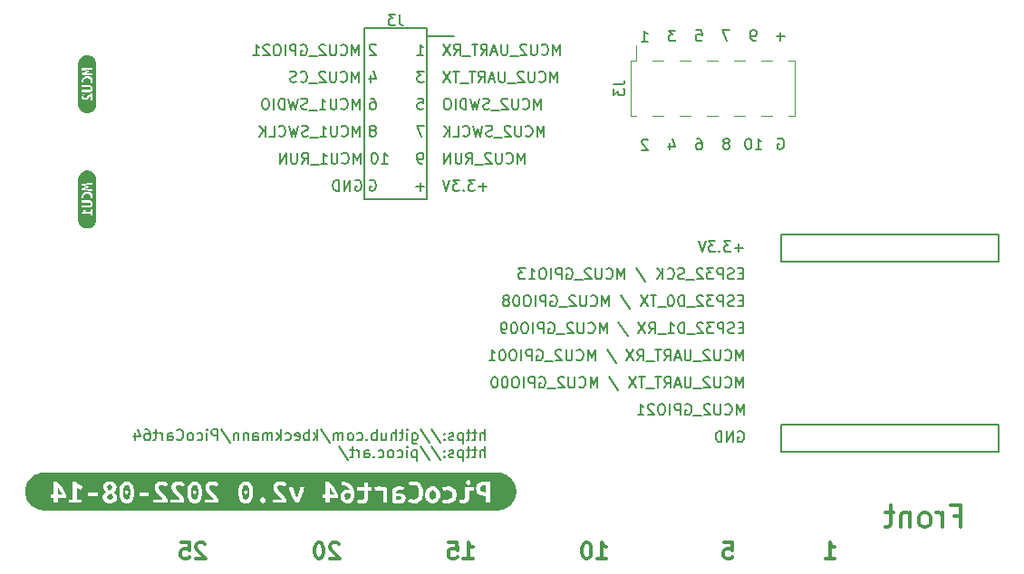
<source format=gbo>
G04 #@! TF.GenerationSoftware,KiCad,Pcbnew,(6.0.7)*
G04 #@! TF.CreationDate,2022-08-14T23:11:46+02:00*
G04 #@! TF.ProjectId,picocart64_v2,7069636f-6361-4727-9436-345f76322e6b,rev?*
G04 #@! TF.SameCoordinates,Original*
G04 #@! TF.FileFunction,Legend,Bot*
G04 #@! TF.FilePolarity,Positive*
%FSLAX46Y46*%
G04 Gerber Fmt 4.6, Leading zero omitted, Abs format (unit mm)*
G04 Created by KiCad (PCBNEW (6.0.7)) date 2022-08-14 23:11:46*
%MOMM*%
%LPD*%
G01*
G04 APERTURE LIST*
%ADD10C,0.150000*%
%ADD11C,0.300000*%
%ADD12C,0.120000*%
G04 APERTURE END LIST*
D10*
X195790000Y-101570000D02*
X195790000Y-99030000D01*
X175470000Y-101570000D02*
X195790000Y-101570000D01*
X175470000Y-99030000D02*
X175470000Y-101570000D01*
X195790000Y-99030000D02*
X175470000Y-99030000D01*
X175470000Y-81250000D02*
X175470000Y-83790000D01*
X195790000Y-81250000D02*
X175470000Y-81250000D01*
X195790000Y-83790000D02*
X195790000Y-81250000D01*
X195790000Y-83790000D02*
X175470000Y-83790000D01*
X147759404Y-100472380D02*
X147759404Y-99472380D01*
X147330833Y-100472380D02*
X147330833Y-99948571D01*
X147378452Y-99853333D01*
X147473690Y-99805714D01*
X147616547Y-99805714D01*
X147711785Y-99853333D01*
X147759404Y-99900952D01*
X146997500Y-99805714D02*
X146616547Y-99805714D01*
X146854642Y-99472380D02*
X146854642Y-100329523D01*
X146807023Y-100424761D01*
X146711785Y-100472380D01*
X146616547Y-100472380D01*
X146426071Y-99805714D02*
X146045119Y-99805714D01*
X146283214Y-99472380D02*
X146283214Y-100329523D01*
X146235595Y-100424761D01*
X146140357Y-100472380D01*
X146045119Y-100472380D01*
X145711785Y-99805714D02*
X145711785Y-100805714D01*
X145711785Y-99853333D02*
X145616547Y-99805714D01*
X145426071Y-99805714D01*
X145330833Y-99853333D01*
X145283214Y-99900952D01*
X145235595Y-99996190D01*
X145235595Y-100281904D01*
X145283214Y-100377142D01*
X145330833Y-100424761D01*
X145426071Y-100472380D01*
X145616547Y-100472380D01*
X145711785Y-100424761D01*
X144854642Y-100424761D02*
X144759404Y-100472380D01*
X144568928Y-100472380D01*
X144473690Y-100424761D01*
X144426071Y-100329523D01*
X144426071Y-100281904D01*
X144473690Y-100186666D01*
X144568928Y-100139047D01*
X144711785Y-100139047D01*
X144807023Y-100091428D01*
X144854642Y-99996190D01*
X144854642Y-99948571D01*
X144807023Y-99853333D01*
X144711785Y-99805714D01*
X144568928Y-99805714D01*
X144473690Y-99853333D01*
X143997500Y-100377142D02*
X143949880Y-100424761D01*
X143997500Y-100472380D01*
X144045119Y-100424761D01*
X143997500Y-100377142D01*
X143997500Y-100472380D01*
X143997500Y-99853333D02*
X143949880Y-99900952D01*
X143997500Y-99948571D01*
X144045119Y-99900952D01*
X143997500Y-99853333D01*
X143997500Y-99948571D01*
X142807023Y-99424761D02*
X143664166Y-100710476D01*
X141759404Y-99424761D02*
X142616547Y-100710476D01*
X140997500Y-99805714D02*
X140997500Y-100615238D01*
X141045119Y-100710476D01*
X141092738Y-100758095D01*
X141187976Y-100805714D01*
X141330833Y-100805714D01*
X141426071Y-100758095D01*
X140997500Y-100424761D02*
X141092738Y-100472380D01*
X141283214Y-100472380D01*
X141378452Y-100424761D01*
X141426071Y-100377142D01*
X141473690Y-100281904D01*
X141473690Y-99996190D01*
X141426071Y-99900952D01*
X141378452Y-99853333D01*
X141283214Y-99805714D01*
X141092738Y-99805714D01*
X140997500Y-99853333D01*
X140521309Y-100472380D02*
X140521309Y-99805714D01*
X140521309Y-99472380D02*
X140568928Y-99520000D01*
X140521309Y-99567619D01*
X140473690Y-99520000D01*
X140521309Y-99472380D01*
X140521309Y-99567619D01*
X140187976Y-99805714D02*
X139807023Y-99805714D01*
X140045119Y-99472380D02*
X140045119Y-100329523D01*
X139997500Y-100424761D01*
X139902261Y-100472380D01*
X139807023Y-100472380D01*
X139473690Y-100472380D02*
X139473690Y-99472380D01*
X139045119Y-100472380D02*
X139045119Y-99948571D01*
X139092738Y-99853333D01*
X139187976Y-99805714D01*
X139330833Y-99805714D01*
X139426071Y-99853333D01*
X139473690Y-99900952D01*
X138140357Y-99805714D02*
X138140357Y-100472380D01*
X138568928Y-99805714D02*
X138568928Y-100329523D01*
X138521309Y-100424761D01*
X138426071Y-100472380D01*
X138283214Y-100472380D01*
X138187976Y-100424761D01*
X138140357Y-100377142D01*
X137664166Y-100472380D02*
X137664166Y-99472380D01*
X137664166Y-99853333D02*
X137568928Y-99805714D01*
X137378452Y-99805714D01*
X137283214Y-99853333D01*
X137235595Y-99900952D01*
X137187976Y-99996190D01*
X137187976Y-100281904D01*
X137235595Y-100377142D01*
X137283214Y-100424761D01*
X137378452Y-100472380D01*
X137568928Y-100472380D01*
X137664166Y-100424761D01*
X136759404Y-100377142D02*
X136711785Y-100424761D01*
X136759404Y-100472380D01*
X136807023Y-100424761D01*
X136759404Y-100377142D01*
X136759404Y-100472380D01*
X135854642Y-100424761D02*
X135949880Y-100472380D01*
X136140357Y-100472380D01*
X136235595Y-100424761D01*
X136283214Y-100377142D01*
X136330833Y-100281904D01*
X136330833Y-99996190D01*
X136283214Y-99900952D01*
X136235595Y-99853333D01*
X136140357Y-99805714D01*
X135949880Y-99805714D01*
X135854642Y-99853333D01*
X135283214Y-100472380D02*
X135378452Y-100424761D01*
X135426071Y-100377142D01*
X135473690Y-100281904D01*
X135473690Y-99996190D01*
X135426071Y-99900952D01*
X135378452Y-99853333D01*
X135283214Y-99805714D01*
X135140357Y-99805714D01*
X135045119Y-99853333D01*
X134997500Y-99900952D01*
X134949880Y-99996190D01*
X134949880Y-100281904D01*
X134997500Y-100377142D01*
X135045119Y-100424761D01*
X135140357Y-100472380D01*
X135283214Y-100472380D01*
X134521309Y-100472380D02*
X134521309Y-99805714D01*
X134521309Y-99900952D02*
X134473690Y-99853333D01*
X134378452Y-99805714D01*
X134235595Y-99805714D01*
X134140357Y-99853333D01*
X134092738Y-99948571D01*
X134092738Y-100472380D01*
X134092738Y-99948571D02*
X134045119Y-99853333D01*
X133949880Y-99805714D01*
X133807023Y-99805714D01*
X133711785Y-99853333D01*
X133664166Y-99948571D01*
X133664166Y-100472380D01*
X132473690Y-99424761D02*
X133330833Y-100710476D01*
X132140357Y-100472380D02*
X132140357Y-99472380D01*
X132045119Y-100091428D02*
X131759404Y-100472380D01*
X131759404Y-99805714D02*
X132140357Y-100186666D01*
X131330833Y-100472380D02*
X131330833Y-99472380D01*
X131330833Y-99853333D02*
X131235595Y-99805714D01*
X131045119Y-99805714D01*
X130949880Y-99853333D01*
X130902261Y-99900952D01*
X130854642Y-99996190D01*
X130854642Y-100281904D01*
X130902261Y-100377142D01*
X130949880Y-100424761D01*
X131045119Y-100472380D01*
X131235595Y-100472380D01*
X131330833Y-100424761D01*
X130045119Y-100424761D02*
X130140357Y-100472380D01*
X130330833Y-100472380D01*
X130426071Y-100424761D01*
X130473690Y-100329523D01*
X130473690Y-99948571D01*
X130426071Y-99853333D01*
X130330833Y-99805714D01*
X130140357Y-99805714D01*
X130045119Y-99853333D01*
X129997500Y-99948571D01*
X129997500Y-100043809D01*
X130473690Y-100139047D01*
X129140357Y-100424761D02*
X129235595Y-100472380D01*
X129426071Y-100472380D01*
X129521309Y-100424761D01*
X129568928Y-100377142D01*
X129616547Y-100281904D01*
X129616547Y-99996190D01*
X129568928Y-99900952D01*
X129521309Y-99853333D01*
X129426071Y-99805714D01*
X129235595Y-99805714D01*
X129140357Y-99853333D01*
X128711785Y-100472380D02*
X128711785Y-99472380D01*
X128616547Y-100091428D02*
X128330833Y-100472380D01*
X128330833Y-99805714D02*
X128711785Y-100186666D01*
X127902261Y-100472380D02*
X127902261Y-99805714D01*
X127902261Y-99900952D02*
X127854642Y-99853333D01*
X127759404Y-99805714D01*
X127616547Y-99805714D01*
X127521309Y-99853333D01*
X127473690Y-99948571D01*
X127473690Y-100472380D01*
X127473690Y-99948571D02*
X127426071Y-99853333D01*
X127330833Y-99805714D01*
X127187976Y-99805714D01*
X127092738Y-99853333D01*
X127045119Y-99948571D01*
X127045119Y-100472380D01*
X126140357Y-100472380D02*
X126140357Y-99948571D01*
X126187976Y-99853333D01*
X126283214Y-99805714D01*
X126473690Y-99805714D01*
X126568928Y-99853333D01*
X126140357Y-100424761D02*
X126235595Y-100472380D01*
X126473690Y-100472380D01*
X126568928Y-100424761D01*
X126616547Y-100329523D01*
X126616547Y-100234285D01*
X126568928Y-100139047D01*
X126473690Y-100091428D01*
X126235595Y-100091428D01*
X126140357Y-100043809D01*
X125664166Y-99805714D02*
X125664166Y-100472380D01*
X125664166Y-99900952D02*
X125616547Y-99853333D01*
X125521309Y-99805714D01*
X125378452Y-99805714D01*
X125283214Y-99853333D01*
X125235595Y-99948571D01*
X125235595Y-100472380D01*
X124759404Y-99805714D02*
X124759404Y-100472380D01*
X124759404Y-99900952D02*
X124711785Y-99853333D01*
X124616547Y-99805714D01*
X124473690Y-99805714D01*
X124378452Y-99853333D01*
X124330833Y-99948571D01*
X124330833Y-100472380D01*
X123140357Y-99424761D02*
X123997500Y-100710476D01*
X122807023Y-100472380D02*
X122807023Y-99472380D01*
X122426071Y-99472380D01*
X122330833Y-99520000D01*
X122283214Y-99567619D01*
X122235595Y-99662857D01*
X122235595Y-99805714D01*
X122283214Y-99900952D01*
X122330833Y-99948571D01*
X122426071Y-99996190D01*
X122807023Y-99996190D01*
X121807023Y-100472380D02*
X121807023Y-99805714D01*
X121807023Y-99472380D02*
X121854642Y-99520000D01*
X121807023Y-99567619D01*
X121759404Y-99520000D01*
X121807023Y-99472380D01*
X121807023Y-99567619D01*
X120902261Y-100424761D02*
X120997500Y-100472380D01*
X121187976Y-100472380D01*
X121283214Y-100424761D01*
X121330833Y-100377142D01*
X121378452Y-100281904D01*
X121378452Y-99996190D01*
X121330833Y-99900952D01*
X121283214Y-99853333D01*
X121187976Y-99805714D01*
X120997500Y-99805714D01*
X120902261Y-99853333D01*
X120330833Y-100472380D02*
X120426071Y-100424761D01*
X120473690Y-100377142D01*
X120521309Y-100281904D01*
X120521309Y-99996190D01*
X120473690Y-99900952D01*
X120426071Y-99853333D01*
X120330833Y-99805714D01*
X120187976Y-99805714D01*
X120092738Y-99853333D01*
X120045119Y-99900952D01*
X119997500Y-99996190D01*
X119997500Y-100281904D01*
X120045119Y-100377142D01*
X120092738Y-100424761D01*
X120187976Y-100472380D01*
X120330833Y-100472380D01*
X118997500Y-100377142D02*
X119045119Y-100424761D01*
X119187976Y-100472380D01*
X119283214Y-100472380D01*
X119426071Y-100424761D01*
X119521309Y-100329523D01*
X119568928Y-100234285D01*
X119616547Y-100043809D01*
X119616547Y-99900952D01*
X119568928Y-99710476D01*
X119521309Y-99615238D01*
X119426071Y-99520000D01*
X119283214Y-99472380D01*
X119187976Y-99472380D01*
X119045119Y-99520000D01*
X118997500Y-99567619D01*
X118140357Y-100472380D02*
X118140357Y-99948571D01*
X118187976Y-99853333D01*
X118283214Y-99805714D01*
X118473690Y-99805714D01*
X118568928Y-99853333D01*
X118140357Y-100424761D02*
X118235595Y-100472380D01*
X118473690Y-100472380D01*
X118568928Y-100424761D01*
X118616547Y-100329523D01*
X118616547Y-100234285D01*
X118568928Y-100139047D01*
X118473690Y-100091428D01*
X118235595Y-100091428D01*
X118140357Y-100043809D01*
X117664166Y-100472380D02*
X117664166Y-99805714D01*
X117664166Y-99996190D02*
X117616547Y-99900952D01*
X117568928Y-99853333D01*
X117473690Y-99805714D01*
X117378452Y-99805714D01*
X117187976Y-99805714D02*
X116807023Y-99805714D01*
X117045119Y-99472380D02*
X117045119Y-100329523D01*
X116997500Y-100424761D01*
X116902261Y-100472380D01*
X116807023Y-100472380D01*
X116045119Y-99472380D02*
X116235595Y-99472380D01*
X116330833Y-99520000D01*
X116378452Y-99567619D01*
X116473690Y-99710476D01*
X116521309Y-99900952D01*
X116521309Y-100281904D01*
X116473690Y-100377142D01*
X116426071Y-100424761D01*
X116330833Y-100472380D01*
X116140357Y-100472380D01*
X116045119Y-100424761D01*
X115997500Y-100377142D01*
X115949880Y-100281904D01*
X115949880Y-100043809D01*
X115997500Y-99948571D01*
X116045119Y-99900952D01*
X116140357Y-99853333D01*
X116330833Y-99853333D01*
X116426071Y-99900952D01*
X116473690Y-99948571D01*
X116521309Y-100043809D01*
X115092738Y-99805714D02*
X115092738Y-100472380D01*
X115330833Y-99424761D02*
X115568928Y-100139047D01*
X114949880Y-100139047D01*
X147759404Y-102082380D02*
X147759404Y-101082380D01*
X147330833Y-102082380D02*
X147330833Y-101558571D01*
X147378452Y-101463333D01*
X147473690Y-101415714D01*
X147616547Y-101415714D01*
X147711785Y-101463333D01*
X147759404Y-101510952D01*
X146997500Y-101415714D02*
X146616547Y-101415714D01*
X146854642Y-101082380D02*
X146854642Y-101939523D01*
X146807023Y-102034761D01*
X146711785Y-102082380D01*
X146616547Y-102082380D01*
X146426071Y-101415714D02*
X146045119Y-101415714D01*
X146283214Y-101082380D02*
X146283214Y-101939523D01*
X146235595Y-102034761D01*
X146140357Y-102082380D01*
X146045119Y-102082380D01*
X145711785Y-101415714D02*
X145711785Y-102415714D01*
X145711785Y-101463333D02*
X145616547Y-101415714D01*
X145426071Y-101415714D01*
X145330833Y-101463333D01*
X145283214Y-101510952D01*
X145235595Y-101606190D01*
X145235595Y-101891904D01*
X145283214Y-101987142D01*
X145330833Y-102034761D01*
X145426071Y-102082380D01*
X145616547Y-102082380D01*
X145711785Y-102034761D01*
X144854642Y-102034761D02*
X144759404Y-102082380D01*
X144568928Y-102082380D01*
X144473690Y-102034761D01*
X144426071Y-101939523D01*
X144426071Y-101891904D01*
X144473690Y-101796666D01*
X144568928Y-101749047D01*
X144711785Y-101749047D01*
X144807023Y-101701428D01*
X144854642Y-101606190D01*
X144854642Y-101558571D01*
X144807023Y-101463333D01*
X144711785Y-101415714D01*
X144568928Y-101415714D01*
X144473690Y-101463333D01*
X143997500Y-101987142D02*
X143949880Y-102034761D01*
X143997500Y-102082380D01*
X144045119Y-102034761D01*
X143997500Y-101987142D01*
X143997500Y-102082380D01*
X143997500Y-101463333D02*
X143949880Y-101510952D01*
X143997500Y-101558571D01*
X144045119Y-101510952D01*
X143997500Y-101463333D01*
X143997500Y-101558571D01*
X142807023Y-101034761D02*
X143664166Y-102320476D01*
X141759404Y-101034761D02*
X142616547Y-102320476D01*
X141426071Y-101415714D02*
X141426071Y-102415714D01*
X141426071Y-101463333D02*
X141330833Y-101415714D01*
X141140357Y-101415714D01*
X141045119Y-101463333D01*
X140997500Y-101510952D01*
X140949880Y-101606190D01*
X140949880Y-101891904D01*
X140997500Y-101987142D01*
X141045119Y-102034761D01*
X141140357Y-102082380D01*
X141330833Y-102082380D01*
X141426071Y-102034761D01*
X140521309Y-102082380D02*
X140521309Y-101415714D01*
X140521309Y-101082380D02*
X140568928Y-101130000D01*
X140521309Y-101177619D01*
X140473690Y-101130000D01*
X140521309Y-101082380D01*
X140521309Y-101177619D01*
X139616547Y-102034761D02*
X139711785Y-102082380D01*
X139902261Y-102082380D01*
X139997500Y-102034761D01*
X140045119Y-101987142D01*
X140092738Y-101891904D01*
X140092738Y-101606190D01*
X140045119Y-101510952D01*
X139997500Y-101463333D01*
X139902261Y-101415714D01*
X139711785Y-101415714D01*
X139616547Y-101463333D01*
X139045119Y-102082380D02*
X139140357Y-102034761D01*
X139187976Y-101987142D01*
X139235595Y-101891904D01*
X139235595Y-101606190D01*
X139187976Y-101510952D01*
X139140357Y-101463333D01*
X139045119Y-101415714D01*
X138902261Y-101415714D01*
X138807023Y-101463333D01*
X138759404Y-101510952D01*
X138711785Y-101606190D01*
X138711785Y-101891904D01*
X138759404Y-101987142D01*
X138807023Y-102034761D01*
X138902261Y-102082380D01*
X139045119Y-102082380D01*
X137854642Y-102034761D02*
X137949880Y-102082380D01*
X138140357Y-102082380D01*
X138235595Y-102034761D01*
X138283214Y-101987142D01*
X138330833Y-101891904D01*
X138330833Y-101606190D01*
X138283214Y-101510952D01*
X138235595Y-101463333D01*
X138140357Y-101415714D01*
X137949880Y-101415714D01*
X137854642Y-101463333D01*
X137426071Y-101987142D02*
X137378452Y-102034761D01*
X137426071Y-102082380D01*
X137473690Y-102034761D01*
X137426071Y-101987142D01*
X137426071Y-102082380D01*
X136521309Y-102082380D02*
X136521309Y-101558571D01*
X136568928Y-101463333D01*
X136664166Y-101415714D01*
X136854642Y-101415714D01*
X136949880Y-101463333D01*
X136521309Y-102034761D02*
X136616547Y-102082380D01*
X136854642Y-102082380D01*
X136949880Y-102034761D01*
X136997500Y-101939523D01*
X136997500Y-101844285D01*
X136949880Y-101749047D01*
X136854642Y-101701428D01*
X136616547Y-101701428D01*
X136521309Y-101653809D01*
X136045119Y-102082380D02*
X136045119Y-101415714D01*
X136045119Y-101606190D02*
X135997500Y-101510952D01*
X135949880Y-101463333D01*
X135854642Y-101415714D01*
X135759404Y-101415714D01*
X135568928Y-101415714D02*
X135187976Y-101415714D01*
X135426071Y-101082380D02*
X135426071Y-101939523D01*
X135378452Y-102034761D01*
X135283214Y-102082380D01*
X135187976Y-102082380D01*
X134140357Y-101034761D02*
X134997500Y-102320476D01*
X136538000Y-77965000D02*
X136538000Y-61963000D01*
X142380000Y-61963000D02*
X142380000Y-77965000D01*
X144920000Y-62725000D02*
X142380000Y-62725000D01*
X142380000Y-77965000D02*
X136538000Y-77965000D01*
X136538000Y-61963000D02*
X142380000Y-61963000D01*
D11*
X170142857Y-110061971D02*
X170857142Y-110061971D01*
X170928571Y-110776257D01*
X170857142Y-110704828D01*
X170714285Y-110633400D01*
X170357142Y-110633400D01*
X170214285Y-110704828D01*
X170142857Y-110776257D01*
X170071428Y-110919114D01*
X170071428Y-111276257D01*
X170142857Y-111419114D01*
X170214285Y-111490542D01*
X170357142Y-111561971D01*
X170714285Y-111561971D01*
X170857142Y-111490542D01*
X170928571Y-111419114D01*
X158285714Y-111561971D02*
X159142857Y-111561971D01*
X158714285Y-111561971D02*
X158714285Y-110061971D01*
X158857142Y-110276257D01*
X159000000Y-110419114D01*
X159142857Y-110490542D01*
X157357142Y-110061971D02*
X157214285Y-110061971D01*
X157071428Y-110133400D01*
X157000000Y-110204828D01*
X156928571Y-110347685D01*
X156857142Y-110633400D01*
X156857142Y-110990542D01*
X156928571Y-111276257D01*
X157000000Y-111419114D01*
X157071428Y-111490542D01*
X157214285Y-111561971D01*
X157357142Y-111561971D01*
X157500000Y-111490542D01*
X157571428Y-111419114D01*
X157642857Y-111276257D01*
X157714285Y-110990542D01*
X157714285Y-110633400D01*
X157642857Y-110347685D01*
X157571428Y-110204828D01*
X157500000Y-110133400D01*
X157357142Y-110061971D01*
X145785714Y-111561971D02*
X146642857Y-111561971D01*
X146214285Y-111561971D02*
X146214285Y-110061971D01*
X146357142Y-110276257D01*
X146500000Y-110419114D01*
X146642857Y-110490542D01*
X144428571Y-110061971D02*
X145142857Y-110061971D01*
X145214285Y-110776257D01*
X145142857Y-110704828D01*
X145000000Y-110633400D01*
X144642857Y-110633400D01*
X144500000Y-110704828D01*
X144428571Y-110776257D01*
X144357142Y-110919114D01*
X144357142Y-111276257D01*
X144428571Y-111419114D01*
X144500000Y-111490542D01*
X144642857Y-111561971D01*
X145000000Y-111561971D01*
X145142857Y-111490542D01*
X145214285Y-111419114D01*
X134142857Y-110204828D02*
X134071428Y-110133400D01*
X133928571Y-110061971D01*
X133571428Y-110061971D01*
X133428571Y-110133400D01*
X133357142Y-110204828D01*
X133285714Y-110347685D01*
X133285714Y-110490542D01*
X133357142Y-110704828D01*
X134214285Y-111561971D01*
X133285714Y-111561971D01*
X132357142Y-110061971D02*
X132214285Y-110061971D01*
X132071428Y-110133400D01*
X132000000Y-110204828D01*
X131928571Y-110347685D01*
X131857142Y-110633400D01*
X131857142Y-110990542D01*
X131928571Y-111276257D01*
X132000000Y-111419114D01*
X132071428Y-111490542D01*
X132214285Y-111561971D01*
X132357142Y-111561971D01*
X132500000Y-111490542D01*
X132571428Y-111419114D01*
X132642857Y-111276257D01*
X132714285Y-110990542D01*
X132714285Y-110633400D01*
X132642857Y-110347685D01*
X132571428Y-110204828D01*
X132500000Y-110133400D01*
X132357142Y-110061971D01*
X121642857Y-110204828D02*
X121571428Y-110133400D01*
X121428571Y-110061971D01*
X121071428Y-110061971D01*
X120928571Y-110133400D01*
X120857142Y-110204828D01*
X120785714Y-110347685D01*
X120785714Y-110490542D01*
X120857142Y-110704828D01*
X121714285Y-111561971D01*
X120785714Y-111561971D01*
X119428571Y-110061971D02*
X120142857Y-110061971D01*
X120214285Y-110776257D01*
X120142857Y-110704828D01*
X120000000Y-110633400D01*
X119642857Y-110633400D01*
X119500000Y-110704828D01*
X119428571Y-110776257D01*
X119357142Y-110919114D01*
X119357142Y-111276257D01*
X119428571Y-111419114D01*
X119500000Y-111490542D01*
X119642857Y-111561971D01*
X120000000Y-111561971D01*
X120142857Y-111490542D01*
X120214285Y-111419114D01*
D10*
X141935476Y-74607380D02*
X141745000Y-74607380D01*
X141649761Y-74559761D01*
X141602142Y-74512142D01*
X141506904Y-74369285D01*
X141459285Y-74178809D01*
X141459285Y-73797857D01*
X141506904Y-73702619D01*
X141554523Y-73655000D01*
X141649761Y-73607380D01*
X141840238Y-73607380D01*
X141935476Y-73655000D01*
X141983095Y-73702619D01*
X142030714Y-73797857D01*
X142030714Y-74035952D01*
X141983095Y-74131190D01*
X141935476Y-74178809D01*
X141840238Y-74226428D01*
X141649761Y-74226428D01*
X141554523Y-74178809D01*
X141506904Y-74131190D01*
X141459285Y-74035952D01*
X141459285Y-64447380D02*
X142030714Y-64447380D01*
X141745000Y-64447380D02*
X141745000Y-63447380D01*
X141840238Y-63590238D01*
X141935476Y-63685476D01*
X142030714Y-63733095D01*
X175153149Y-72291943D02*
X175248387Y-72244323D01*
X175391244Y-72244323D01*
X175534101Y-72291943D01*
X175629339Y-72387181D01*
X175676958Y-72482419D01*
X175724577Y-72672895D01*
X175724577Y-72815752D01*
X175676958Y-73006228D01*
X175629339Y-73101466D01*
X175534101Y-73196704D01*
X175391244Y-73244323D01*
X175296006Y-73244323D01*
X175153149Y-73196704D01*
X175105530Y-73149085D01*
X175105530Y-72815752D01*
X175296006Y-72815752D01*
X135678595Y-76195000D02*
X135773833Y-76147380D01*
X135916690Y-76147380D01*
X136059547Y-76195000D01*
X136154785Y-76290238D01*
X136202404Y-76385476D01*
X136250023Y-76575952D01*
X136250023Y-76718809D01*
X136202404Y-76909285D01*
X136154785Y-77004523D01*
X136059547Y-77099761D01*
X135916690Y-77147380D01*
X135821452Y-77147380D01*
X135678595Y-77099761D01*
X135630976Y-77052142D01*
X135630976Y-76718809D01*
X135821452Y-76718809D01*
X135202404Y-77147380D02*
X135202404Y-76147380D01*
X134630976Y-77147380D01*
X134630976Y-76147380D01*
X134154785Y-77147380D02*
X134154785Y-76147380D01*
X133916690Y-76147380D01*
X133773833Y-76195000D01*
X133678595Y-76290238D01*
X133630976Y-76385476D01*
X133583357Y-76575952D01*
X133583357Y-76718809D01*
X133630976Y-76909285D01*
X133678595Y-77004523D01*
X133773833Y-77099761D01*
X133916690Y-77147380D01*
X134154785Y-77147380D01*
X137109523Y-66320714D02*
X137109523Y-66987380D01*
X137347619Y-65939761D02*
X137585714Y-66654047D01*
X136966666Y-66654047D01*
X170430292Y-72711896D02*
X170525530Y-72664277D01*
X170573149Y-72616658D01*
X170620768Y-72521420D01*
X170620768Y-72473801D01*
X170573149Y-72378563D01*
X170525530Y-72330944D01*
X170430292Y-72283324D01*
X170239815Y-72283324D01*
X170144577Y-72330944D01*
X170096958Y-72378563D01*
X170049339Y-72473801D01*
X170049339Y-72521420D01*
X170096958Y-72616658D01*
X170144577Y-72664277D01*
X170239815Y-72711896D01*
X170430292Y-72711896D01*
X170525530Y-72759515D01*
X170573149Y-72807134D01*
X170620768Y-72902372D01*
X170620768Y-73092848D01*
X170573149Y-73188086D01*
X170525530Y-73235705D01*
X170430292Y-73283324D01*
X170239815Y-73283324D01*
X170144577Y-73235705D01*
X170096958Y-73188086D01*
X170049339Y-73092848D01*
X170049339Y-72902372D01*
X170096958Y-72807134D01*
X170144577Y-72759515D01*
X170239815Y-72711896D01*
X147985595Y-76766428D02*
X147223690Y-76766428D01*
X147604642Y-77147380D02*
X147604642Y-76385476D01*
X146842738Y-76147380D02*
X146223690Y-76147380D01*
X146557023Y-76528333D01*
X146414166Y-76528333D01*
X146318928Y-76575952D01*
X146271309Y-76623571D01*
X146223690Y-76718809D01*
X146223690Y-76956904D01*
X146271309Y-77052142D01*
X146318928Y-77099761D01*
X146414166Y-77147380D01*
X146699880Y-77147380D01*
X146795119Y-77099761D01*
X146842738Y-77052142D01*
X145795119Y-77052142D02*
X145747500Y-77099761D01*
X145795119Y-77147380D01*
X145842738Y-77099761D01*
X145795119Y-77052142D01*
X145795119Y-77147380D01*
X145414166Y-76147380D02*
X144795119Y-76147380D01*
X145128452Y-76528333D01*
X144985595Y-76528333D01*
X144890357Y-76575952D01*
X144842738Y-76623571D01*
X144795119Y-76718809D01*
X144795119Y-76956904D01*
X144842738Y-77052142D01*
X144890357Y-77099761D01*
X144985595Y-77147380D01*
X145271309Y-77147380D01*
X145366547Y-77099761D01*
X145414166Y-77052142D01*
X144509404Y-76147380D02*
X144176071Y-77147380D01*
X143842738Y-76147380D01*
X167604577Y-72302825D02*
X167795054Y-72302825D01*
X167890292Y-72350445D01*
X167937911Y-72398064D01*
X168033149Y-72540921D01*
X168080768Y-72731397D01*
X168080768Y-73112349D01*
X168033149Y-73207587D01*
X167985530Y-73255206D01*
X167890292Y-73302825D01*
X167699815Y-73302825D01*
X167604577Y-73255206D01*
X167556958Y-73207587D01*
X167509339Y-73112349D01*
X167509339Y-72874254D01*
X167556958Y-72779016D01*
X167604577Y-72731397D01*
X167699815Y-72683778D01*
X167890292Y-72683778D01*
X167985530Y-72731397D01*
X168033149Y-72779016D01*
X168080768Y-72874254D01*
X142078333Y-65987380D02*
X141459285Y-65987380D01*
X141792619Y-66368333D01*
X141649761Y-66368333D01*
X141554523Y-66415952D01*
X141506904Y-66463571D01*
X141459285Y-66558809D01*
X141459285Y-66796904D01*
X141506904Y-66892142D01*
X141554523Y-66939761D01*
X141649761Y-66987380D01*
X141935476Y-66987380D01*
X142030714Y-66939761D01*
X142078333Y-66892142D01*
X171930090Y-89958571D02*
X171596757Y-89958571D01*
X171453900Y-90482380D02*
X171930090Y-90482380D01*
X171930090Y-89482380D01*
X171453900Y-89482380D01*
X171072947Y-90434761D02*
X170930090Y-90482380D01*
X170691995Y-90482380D01*
X170596757Y-90434761D01*
X170549138Y-90387142D01*
X170501519Y-90291904D01*
X170501519Y-90196666D01*
X170549138Y-90101428D01*
X170596757Y-90053809D01*
X170691995Y-90006190D01*
X170882471Y-89958571D01*
X170977709Y-89910952D01*
X171025328Y-89863333D01*
X171072947Y-89768095D01*
X171072947Y-89672857D01*
X171025328Y-89577619D01*
X170977709Y-89530000D01*
X170882471Y-89482380D01*
X170644376Y-89482380D01*
X170501519Y-89530000D01*
X170072947Y-90482380D02*
X170072947Y-89482380D01*
X169691995Y-89482380D01*
X169596757Y-89530000D01*
X169549138Y-89577619D01*
X169501519Y-89672857D01*
X169501519Y-89815714D01*
X169549138Y-89910952D01*
X169596757Y-89958571D01*
X169691995Y-90006190D01*
X170072947Y-90006190D01*
X169168186Y-89482380D02*
X168549138Y-89482380D01*
X168882471Y-89863333D01*
X168739614Y-89863333D01*
X168644376Y-89910952D01*
X168596757Y-89958571D01*
X168549138Y-90053809D01*
X168549138Y-90291904D01*
X168596757Y-90387142D01*
X168644376Y-90434761D01*
X168739614Y-90482380D01*
X169025328Y-90482380D01*
X169120566Y-90434761D01*
X169168186Y-90387142D01*
X168168186Y-89577619D02*
X168120566Y-89530000D01*
X168025328Y-89482380D01*
X167787233Y-89482380D01*
X167691995Y-89530000D01*
X167644376Y-89577619D01*
X167596757Y-89672857D01*
X167596757Y-89768095D01*
X167644376Y-89910952D01*
X168215805Y-90482380D01*
X167596757Y-90482380D01*
X167406281Y-90577619D02*
X166644376Y-90577619D01*
X166406281Y-90482380D02*
X166406281Y-89482380D01*
X166168186Y-89482380D01*
X166025328Y-89530000D01*
X165930090Y-89625238D01*
X165882471Y-89720476D01*
X165834852Y-89910952D01*
X165834852Y-90053809D01*
X165882471Y-90244285D01*
X165930090Y-90339523D01*
X166025328Y-90434761D01*
X166168186Y-90482380D01*
X166406281Y-90482380D01*
X164882471Y-90482380D02*
X165453900Y-90482380D01*
X165168186Y-90482380D02*
X165168186Y-89482380D01*
X165263424Y-89625238D01*
X165358662Y-89720476D01*
X165453900Y-89768095D01*
X164691995Y-90577619D02*
X163930090Y-90577619D01*
X163120566Y-90482380D02*
X163453900Y-90006190D01*
X163691995Y-90482380D02*
X163691995Y-89482380D01*
X163311043Y-89482380D01*
X163215805Y-89530000D01*
X163168186Y-89577619D01*
X163120566Y-89672857D01*
X163120566Y-89815714D01*
X163168186Y-89910952D01*
X163215805Y-89958571D01*
X163311043Y-90006190D01*
X163691995Y-90006190D01*
X162787233Y-89482380D02*
X162120566Y-90482380D01*
X162120566Y-89482380D02*
X162787233Y-90482380D01*
X160263424Y-89434761D02*
X161120566Y-90720476D01*
X159168186Y-90482380D02*
X159168186Y-89482380D01*
X158834852Y-90196666D01*
X158501519Y-89482380D01*
X158501519Y-90482380D01*
X157453900Y-90387142D02*
X157501519Y-90434761D01*
X157644376Y-90482380D01*
X157739614Y-90482380D01*
X157882471Y-90434761D01*
X157977709Y-90339523D01*
X158025328Y-90244285D01*
X158072947Y-90053809D01*
X158072947Y-89910952D01*
X158025328Y-89720476D01*
X157977709Y-89625238D01*
X157882471Y-89530000D01*
X157739614Y-89482380D01*
X157644376Y-89482380D01*
X157501519Y-89530000D01*
X157453900Y-89577619D01*
X157025328Y-89482380D02*
X157025328Y-90291904D01*
X156977709Y-90387142D01*
X156930090Y-90434761D01*
X156834852Y-90482380D01*
X156644376Y-90482380D01*
X156549138Y-90434761D01*
X156501519Y-90387142D01*
X156453900Y-90291904D01*
X156453900Y-89482380D01*
X156025328Y-89577619D02*
X155977709Y-89530000D01*
X155882471Y-89482380D01*
X155644376Y-89482380D01*
X155549138Y-89530000D01*
X155501519Y-89577619D01*
X155453900Y-89672857D01*
X155453900Y-89768095D01*
X155501519Y-89910952D01*
X156072947Y-90482380D01*
X155453900Y-90482380D01*
X155263424Y-90577619D02*
X154501519Y-90577619D01*
X153739614Y-89530000D02*
X153834852Y-89482380D01*
X153977709Y-89482380D01*
X154120566Y-89530000D01*
X154215805Y-89625238D01*
X154263424Y-89720476D01*
X154311043Y-89910952D01*
X154311043Y-90053809D01*
X154263424Y-90244285D01*
X154215805Y-90339523D01*
X154120566Y-90434761D01*
X153977709Y-90482380D01*
X153882471Y-90482380D01*
X153739614Y-90434761D01*
X153691995Y-90387142D01*
X153691995Y-90053809D01*
X153882471Y-90053809D01*
X153263424Y-90482380D02*
X153263424Y-89482380D01*
X152882471Y-89482380D01*
X152787233Y-89530000D01*
X152739614Y-89577619D01*
X152691995Y-89672857D01*
X152691995Y-89815714D01*
X152739614Y-89910952D01*
X152787233Y-89958571D01*
X152882471Y-90006190D01*
X153263424Y-90006190D01*
X152263424Y-90482380D02*
X152263424Y-89482380D01*
X151596757Y-89482380D02*
X151406281Y-89482380D01*
X151311043Y-89530000D01*
X151215805Y-89625238D01*
X151168186Y-89815714D01*
X151168186Y-90149047D01*
X151215805Y-90339523D01*
X151311043Y-90434761D01*
X151406281Y-90482380D01*
X151596757Y-90482380D01*
X151691995Y-90434761D01*
X151787233Y-90339523D01*
X151834852Y-90149047D01*
X151834852Y-89815714D01*
X151787233Y-89625238D01*
X151691995Y-89530000D01*
X151596757Y-89482380D01*
X150549138Y-89482380D02*
X150453900Y-89482380D01*
X150358662Y-89530000D01*
X150311043Y-89577619D01*
X150263424Y-89672857D01*
X150215805Y-89863333D01*
X150215805Y-90101428D01*
X150263424Y-90291904D01*
X150311043Y-90387142D01*
X150358662Y-90434761D01*
X150453900Y-90482380D01*
X150549138Y-90482380D01*
X150644376Y-90434761D01*
X150691995Y-90387142D01*
X150739614Y-90291904D01*
X150787233Y-90101428D01*
X150787233Y-89863333D01*
X150739614Y-89672857D01*
X150691995Y-89577619D01*
X150644376Y-89530000D01*
X150549138Y-89482380D01*
X149739614Y-90482380D02*
X149549138Y-90482380D01*
X149453900Y-90434761D01*
X149406281Y-90387142D01*
X149311043Y-90244285D01*
X149263424Y-90053809D01*
X149263424Y-89672857D01*
X149311043Y-89577619D01*
X149358662Y-89530000D01*
X149453900Y-89482380D01*
X149644376Y-89482380D01*
X149739614Y-89530000D01*
X149787233Y-89577619D01*
X149834852Y-89672857D01*
X149834852Y-89910952D01*
X149787233Y-90006190D01*
X149739614Y-90053809D01*
X149644376Y-90101428D01*
X149453900Y-90101428D01*
X149358662Y-90053809D01*
X149311043Y-90006190D01*
X149263424Y-89910952D01*
X138125476Y-74607380D02*
X138696904Y-74607380D01*
X138411190Y-74607380D02*
X138411190Y-73607380D01*
X138506428Y-73750238D01*
X138601666Y-73845476D01*
X138696904Y-73893095D01*
X137506428Y-73607380D02*
X137411190Y-73607380D01*
X137315952Y-73655000D01*
X137268333Y-73702619D01*
X137220714Y-73797857D01*
X137173095Y-73988333D01*
X137173095Y-74226428D01*
X137220714Y-74416904D01*
X137268333Y-74512142D01*
X137315952Y-74559761D01*
X137411190Y-74607380D01*
X137506428Y-74607380D01*
X137601666Y-74559761D01*
X137649285Y-74512142D01*
X137696904Y-74416904D01*
X137744523Y-74226428D01*
X137744523Y-73988333D01*
X137696904Y-73797857D01*
X137649285Y-73702619D01*
X137601666Y-73655000D01*
X137506428Y-73607380D01*
X137585714Y-63542619D02*
X137538095Y-63495000D01*
X137442857Y-63447380D01*
X137204761Y-63447380D01*
X137109523Y-63495000D01*
X137061904Y-63542619D01*
X137014285Y-63637857D01*
X137014285Y-63733095D01*
X137061904Y-63875952D01*
X137633333Y-64447380D01*
X137014285Y-64447380D01*
X170653333Y-62123324D02*
X169986666Y-62123324D01*
X170415238Y-63123324D01*
X171889404Y-82481428D02*
X171127500Y-82481428D01*
X171508452Y-82862380D02*
X171508452Y-82100476D01*
X170746547Y-81862380D02*
X170127500Y-81862380D01*
X170460833Y-82243333D01*
X170317976Y-82243333D01*
X170222738Y-82290952D01*
X170175119Y-82338571D01*
X170127500Y-82433809D01*
X170127500Y-82671904D01*
X170175119Y-82767142D01*
X170222738Y-82814761D01*
X170317976Y-82862380D01*
X170603690Y-82862380D01*
X170698928Y-82814761D01*
X170746547Y-82767142D01*
X169698928Y-82767142D02*
X169651309Y-82814761D01*
X169698928Y-82862380D01*
X169746547Y-82814761D01*
X169698928Y-82767142D01*
X169698928Y-82862380D01*
X169317976Y-81862380D02*
X168698928Y-81862380D01*
X169032261Y-82243333D01*
X168889404Y-82243333D01*
X168794166Y-82290952D01*
X168746547Y-82338571D01*
X168698928Y-82433809D01*
X168698928Y-82671904D01*
X168746547Y-82767142D01*
X168794166Y-82814761D01*
X168889404Y-82862380D01*
X169175119Y-82862380D01*
X169270357Y-82814761D01*
X169317976Y-82767142D01*
X168413214Y-81862380D02*
X168079880Y-82862380D01*
X167746547Y-81862380D01*
X136025718Y-66987380D02*
X136025718Y-65987380D01*
X135692385Y-66701666D01*
X135359052Y-65987380D01*
X135359052Y-66987380D01*
X134311433Y-66892142D02*
X134359052Y-66939761D01*
X134501909Y-66987380D01*
X134597147Y-66987380D01*
X134740004Y-66939761D01*
X134835242Y-66844523D01*
X134882861Y-66749285D01*
X134930480Y-66558809D01*
X134930480Y-66415952D01*
X134882861Y-66225476D01*
X134835242Y-66130238D01*
X134740004Y-66035000D01*
X134597147Y-65987380D01*
X134501909Y-65987380D01*
X134359052Y-66035000D01*
X134311433Y-66082619D01*
X133882861Y-65987380D02*
X133882861Y-66796904D01*
X133835242Y-66892142D01*
X133787623Y-66939761D01*
X133692385Y-66987380D01*
X133501909Y-66987380D01*
X133406671Y-66939761D01*
X133359052Y-66892142D01*
X133311433Y-66796904D01*
X133311433Y-65987380D01*
X132882861Y-66082619D02*
X132835242Y-66035000D01*
X132740004Y-65987380D01*
X132501909Y-65987380D01*
X132406671Y-66035000D01*
X132359052Y-66082619D01*
X132311433Y-66177857D01*
X132311433Y-66273095D01*
X132359052Y-66415952D01*
X132930480Y-66987380D01*
X132311433Y-66987380D01*
X132120956Y-67082619D02*
X131359052Y-67082619D01*
X130549528Y-66892142D02*
X130597147Y-66939761D01*
X130740004Y-66987380D01*
X130835242Y-66987380D01*
X130978099Y-66939761D01*
X131073337Y-66844523D01*
X131120956Y-66749285D01*
X131168575Y-66558809D01*
X131168575Y-66415952D01*
X131120956Y-66225476D01*
X131073337Y-66130238D01*
X130978099Y-66035000D01*
X130835242Y-65987380D01*
X130740004Y-65987380D01*
X130597147Y-66035000D01*
X130549528Y-66082619D01*
X130168575Y-66939761D02*
X130025718Y-66987380D01*
X129787623Y-66987380D01*
X129692385Y-66939761D01*
X129644766Y-66892142D01*
X129597147Y-66796904D01*
X129597147Y-66701666D01*
X129644766Y-66606428D01*
X129692385Y-66558809D01*
X129787623Y-66511190D01*
X129978099Y-66463571D01*
X130073337Y-66415952D01*
X130120956Y-66368333D01*
X130168575Y-66273095D01*
X130168575Y-66177857D01*
X130120956Y-66082619D01*
X130073337Y-66035000D01*
X129978099Y-65987380D01*
X129740004Y-65987380D01*
X129597147Y-66035000D01*
X154795119Y-64447380D02*
X154795119Y-63447380D01*
X154461785Y-64161666D01*
X154128452Y-63447380D01*
X154128452Y-64447380D01*
X153080833Y-64352142D02*
X153128452Y-64399761D01*
X153271309Y-64447380D01*
X153366547Y-64447380D01*
X153509404Y-64399761D01*
X153604642Y-64304523D01*
X153652261Y-64209285D01*
X153699880Y-64018809D01*
X153699880Y-63875952D01*
X153652261Y-63685476D01*
X153604642Y-63590238D01*
X153509404Y-63495000D01*
X153366547Y-63447380D01*
X153271309Y-63447380D01*
X153128452Y-63495000D01*
X153080833Y-63542619D01*
X152652261Y-63447380D02*
X152652261Y-64256904D01*
X152604642Y-64352142D01*
X152557023Y-64399761D01*
X152461785Y-64447380D01*
X152271309Y-64447380D01*
X152176071Y-64399761D01*
X152128452Y-64352142D01*
X152080833Y-64256904D01*
X152080833Y-63447380D01*
X151652261Y-63542619D02*
X151604642Y-63495000D01*
X151509404Y-63447380D01*
X151271309Y-63447380D01*
X151176071Y-63495000D01*
X151128452Y-63542619D01*
X151080833Y-63637857D01*
X151080833Y-63733095D01*
X151128452Y-63875952D01*
X151699880Y-64447380D01*
X151080833Y-64447380D01*
X150890357Y-64542619D02*
X150128452Y-64542619D01*
X149890357Y-63447380D02*
X149890357Y-64256904D01*
X149842738Y-64352142D01*
X149795119Y-64399761D01*
X149699880Y-64447380D01*
X149509404Y-64447380D01*
X149414166Y-64399761D01*
X149366547Y-64352142D01*
X149318928Y-64256904D01*
X149318928Y-63447380D01*
X148890357Y-64161666D02*
X148414166Y-64161666D01*
X148985595Y-64447380D02*
X148652261Y-63447380D01*
X148318928Y-64447380D01*
X147414166Y-64447380D02*
X147747500Y-63971190D01*
X147985595Y-64447380D02*
X147985595Y-63447380D01*
X147604642Y-63447380D01*
X147509404Y-63495000D01*
X147461785Y-63542619D01*
X147414166Y-63637857D01*
X147414166Y-63780714D01*
X147461785Y-63875952D01*
X147509404Y-63923571D01*
X147604642Y-63971190D01*
X147985595Y-63971190D01*
X147128452Y-63447380D02*
X146557023Y-63447380D01*
X146842738Y-64447380D02*
X146842738Y-63447380D01*
X146461785Y-64542619D02*
X145699880Y-64542619D01*
X144890357Y-64447380D02*
X145223690Y-63971190D01*
X145461785Y-64447380D02*
X145461785Y-63447380D01*
X145080833Y-63447380D01*
X144985595Y-63495000D01*
X144937976Y-63542619D01*
X144890357Y-63637857D01*
X144890357Y-63780714D01*
X144937976Y-63875952D01*
X144985595Y-63923571D01*
X145080833Y-63971190D01*
X145461785Y-63971190D01*
X144557023Y-63447380D02*
X143890357Y-64447380D01*
X143890357Y-63447380D02*
X144557023Y-64447380D01*
X136025718Y-64488262D02*
X136025718Y-63488262D01*
X135692385Y-64202548D01*
X135359052Y-63488262D01*
X135359052Y-64488262D01*
X134311433Y-64393024D02*
X134359052Y-64440643D01*
X134501909Y-64488262D01*
X134597147Y-64488262D01*
X134740004Y-64440643D01*
X134835242Y-64345405D01*
X134882861Y-64250167D01*
X134930480Y-64059691D01*
X134930480Y-63916834D01*
X134882861Y-63726358D01*
X134835242Y-63631120D01*
X134740004Y-63535882D01*
X134597147Y-63488262D01*
X134501909Y-63488262D01*
X134359052Y-63535882D01*
X134311433Y-63583501D01*
X133882861Y-63488262D02*
X133882861Y-64297786D01*
X133835242Y-64393024D01*
X133787623Y-64440643D01*
X133692385Y-64488262D01*
X133501909Y-64488262D01*
X133406671Y-64440643D01*
X133359052Y-64393024D01*
X133311433Y-64297786D01*
X133311433Y-63488262D01*
X132882861Y-63583501D02*
X132835242Y-63535882D01*
X132740004Y-63488262D01*
X132501909Y-63488262D01*
X132406671Y-63535882D01*
X132359052Y-63583501D01*
X132311433Y-63678739D01*
X132311433Y-63773977D01*
X132359052Y-63916834D01*
X132930480Y-64488262D01*
X132311433Y-64488262D01*
X132120956Y-64583501D02*
X131359052Y-64583501D01*
X130597147Y-63535882D02*
X130692385Y-63488262D01*
X130835242Y-63488262D01*
X130978099Y-63535882D01*
X131073337Y-63631120D01*
X131120956Y-63726358D01*
X131168575Y-63916834D01*
X131168575Y-64059691D01*
X131120956Y-64250167D01*
X131073337Y-64345405D01*
X130978099Y-64440643D01*
X130835242Y-64488262D01*
X130740004Y-64488262D01*
X130597147Y-64440643D01*
X130549528Y-64393024D01*
X130549528Y-64059691D01*
X130740004Y-64059691D01*
X130120956Y-64488262D02*
X130120956Y-63488262D01*
X129740004Y-63488262D01*
X129644766Y-63535882D01*
X129597147Y-63583501D01*
X129549528Y-63678739D01*
X129549528Y-63821596D01*
X129597147Y-63916834D01*
X129644766Y-63964453D01*
X129740004Y-64012072D01*
X130120956Y-64012072D01*
X129120956Y-64488262D02*
X129120956Y-63488262D01*
X128454290Y-63488262D02*
X128263814Y-63488262D01*
X128168575Y-63535882D01*
X128073337Y-63631120D01*
X128025718Y-63821596D01*
X128025718Y-64154929D01*
X128073337Y-64345405D01*
X128168575Y-64440643D01*
X128263814Y-64488262D01*
X128454290Y-64488262D01*
X128549528Y-64440643D01*
X128644766Y-64345405D01*
X128692385Y-64154929D01*
X128692385Y-63821596D01*
X128644766Y-63631120D01*
X128549528Y-63535882D01*
X128454290Y-63488262D01*
X127644766Y-63583501D02*
X127597147Y-63535882D01*
X127501909Y-63488262D01*
X127263814Y-63488262D01*
X127168575Y-63535882D01*
X127120956Y-63583501D01*
X127073337Y-63678739D01*
X127073337Y-63773977D01*
X127120956Y-63916834D01*
X127692385Y-64488262D01*
X127073337Y-64488262D01*
X126120956Y-64488262D02*
X126692385Y-64488262D01*
X126406671Y-64488262D02*
X126406671Y-63488262D01*
X126501909Y-63631120D01*
X126597147Y-63726358D01*
X126692385Y-63773977D01*
X171431386Y-99690000D02*
X171526624Y-99642380D01*
X171669481Y-99642380D01*
X171812338Y-99690000D01*
X171907576Y-99785238D01*
X171955195Y-99880476D01*
X172002814Y-100070952D01*
X172002814Y-100213809D01*
X171955195Y-100404285D01*
X171907576Y-100499523D01*
X171812338Y-100594761D01*
X171669481Y-100642380D01*
X171574243Y-100642380D01*
X171431386Y-100594761D01*
X171383767Y-100547142D01*
X171383767Y-100213809D01*
X171574243Y-100213809D01*
X170955195Y-100642380D02*
X170955195Y-99642380D01*
X170383767Y-100642380D01*
X170383767Y-99642380D01*
X169907576Y-100642380D02*
X169907576Y-99642380D01*
X169669481Y-99642380D01*
X169526624Y-99690000D01*
X169431386Y-99785238D01*
X169383767Y-99880476D01*
X169336148Y-100070952D01*
X169336148Y-100213809D01*
X169383767Y-100404285D01*
X169431386Y-100499523D01*
X169526624Y-100594761D01*
X169669481Y-100642380D01*
X169907576Y-100642380D01*
X136105358Y-72067380D02*
X136105358Y-71067380D01*
X135772025Y-71781666D01*
X135438692Y-71067380D01*
X135438692Y-72067380D01*
X134391073Y-71972142D02*
X134438692Y-72019761D01*
X134581549Y-72067380D01*
X134676787Y-72067380D01*
X134819644Y-72019761D01*
X134914882Y-71924523D01*
X134962501Y-71829285D01*
X135010120Y-71638809D01*
X135010120Y-71495952D01*
X134962501Y-71305476D01*
X134914882Y-71210238D01*
X134819644Y-71115000D01*
X134676787Y-71067380D01*
X134581549Y-71067380D01*
X134438692Y-71115000D01*
X134391073Y-71162619D01*
X133962501Y-71067380D02*
X133962501Y-71876904D01*
X133914882Y-71972142D01*
X133867263Y-72019761D01*
X133772025Y-72067380D01*
X133581549Y-72067380D01*
X133486311Y-72019761D01*
X133438692Y-71972142D01*
X133391073Y-71876904D01*
X133391073Y-71067380D01*
X132391073Y-72067380D02*
X132962501Y-72067380D01*
X132676787Y-72067380D02*
X132676787Y-71067380D01*
X132772025Y-71210238D01*
X132867263Y-71305476D01*
X132962501Y-71353095D01*
X132200596Y-72162619D02*
X131438692Y-72162619D01*
X131248215Y-72019761D02*
X131105358Y-72067380D01*
X130867263Y-72067380D01*
X130772025Y-72019761D01*
X130724406Y-71972142D01*
X130676787Y-71876904D01*
X130676787Y-71781666D01*
X130724406Y-71686428D01*
X130772025Y-71638809D01*
X130867263Y-71591190D01*
X131057739Y-71543571D01*
X131152977Y-71495952D01*
X131200596Y-71448333D01*
X131248215Y-71353095D01*
X131248215Y-71257857D01*
X131200596Y-71162619D01*
X131152977Y-71115000D01*
X131057739Y-71067380D01*
X130819644Y-71067380D01*
X130676787Y-71115000D01*
X130343454Y-71067380D02*
X130105358Y-72067380D01*
X129914882Y-71353095D01*
X129724406Y-72067380D01*
X129486311Y-71067380D01*
X128533930Y-71972142D02*
X128581549Y-72019761D01*
X128724406Y-72067380D01*
X128819644Y-72067380D01*
X128962501Y-72019761D01*
X129057739Y-71924523D01*
X129105358Y-71829285D01*
X129152977Y-71638809D01*
X129152977Y-71495952D01*
X129105358Y-71305476D01*
X129057739Y-71210238D01*
X128962501Y-71115000D01*
X128819644Y-71067380D01*
X128724406Y-71067380D01*
X128581549Y-71115000D01*
X128533930Y-71162619D01*
X127629168Y-72067380D02*
X128105358Y-72067380D01*
X128105358Y-71067380D01*
X127295834Y-72067380D02*
X127295834Y-71067380D01*
X126724406Y-72067380D02*
X127152977Y-71495952D01*
X126724406Y-71067380D02*
X127295834Y-71638809D01*
X142125952Y-76766428D02*
X141364047Y-76766428D01*
X141745000Y-77147380D02*
X141745000Y-76385476D01*
X171930090Y-95562380D02*
X171930090Y-94562380D01*
X171596757Y-95276666D01*
X171263424Y-94562380D01*
X171263424Y-95562380D01*
X170215805Y-95467142D02*
X170263424Y-95514761D01*
X170406281Y-95562380D01*
X170501519Y-95562380D01*
X170644376Y-95514761D01*
X170739614Y-95419523D01*
X170787233Y-95324285D01*
X170834852Y-95133809D01*
X170834852Y-94990952D01*
X170787233Y-94800476D01*
X170739614Y-94705238D01*
X170644376Y-94610000D01*
X170501519Y-94562380D01*
X170406281Y-94562380D01*
X170263424Y-94610000D01*
X170215805Y-94657619D01*
X169787233Y-94562380D02*
X169787233Y-95371904D01*
X169739614Y-95467142D01*
X169691995Y-95514761D01*
X169596757Y-95562380D01*
X169406281Y-95562380D01*
X169311043Y-95514761D01*
X169263424Y-95467142D01*
X169215805Y-95371904D01*
X169215805Y-94562380D01*
X168787233Y-94657619D02*
X168739614Y-94610000D01*
X168644376Y-94562380D01*
X168406281Y-94562380D01*
X168311043Y-94610000D01*
X168263424Y-94657619D01*
X168215805Y-94752857D01*
X168215805Y-94848095D01*
X168263424Y-94990952D01*
X168834852Y-95562380D01*
X168215805Y-95562380D01*
X168025328Y-95657619D02*
X167263424Y-95657619D01*
X167025328Y-94562380D02*
X167025328Y-95371904D01*
X166977709Y-95467142D01*
X166930090Y-95514761D01*
X166834852Y-95562380D01*
X166644376Y-95562380D01*
X166549138Y-95514761D01*
X166501519Y-95467142D01*
X166453900Y-95371904D01*
X166453900Y-94562380D01*
X166025328Y-95276666D02*
X165549138Y-95276666D01*
X166120566Y-95562380D02*
X165787233Y-94562380D01*
X165453900Y-95562380D01*
X164549138Y-95562380D02*
X164882471Y-95086190D01*
X165120566Y-95562380D02*
X165120566Y-94562380D01*
X164739614Y-94562380D01*
X164644376Y-94610000D01*
X164596757Y-94657619D01*
X164549138Y-94752857D01*
X164549138Y-94895714D01*
X164596757Y-94990952D01*
X164644376Y-95038571D01*
X164739614Y-95086190D01*
X165120566Y-95086190D01*
X164263424Y-94562380D02*
X163691995Y-94562380D01*
X163977709Y-95562380D02*
X163977709Y-94562380D01*
X163596757Y-95657619D02*
X162834852Y-95657619D01*
X162739614Y-94562380D02*
X162168186Y-94562380D01*
X162453900Y-95562380D02*
X162453900Y-94562380D01*
X161930090Y-94562380D02*
X161263424Y-95562380D01*
X161263424Y-94562380D02*
X161930090Y-95562380D01*
X159406281Y-94514761D02*
X160263424Y-95800476D01*
X158311043Y-95562380D02*
X158311043Y-94562380D01*
X157977709Y-95276666D01*
X157644376Y-94562380D01*
X157644376Y-95562380D01*
X156596757Y-95467142D02*
X156644376Y-95514761D01*
X156787233Y-95562380D01*
X156882471Y-95562380D01*
X157025328Y-95514761D01*
X157120566Y-95419523D01*
X157168186Y-95324285D01*
X157215805Y-95133809D01*
X157215805Y-94990952D01*
X157168186Y-94800476D01*
X157120566Y-94705238D01*
X157025328Y-94610000D01*
X156882471Y-94562380D01*
X156787233Y-94562380D01*
X156644376Y-94610000D01*
X156596757Y-94657619D01*
X156168186Y-94562380D02*
X156168186Y-95371904D01*
X156120566Y-95467142D01*
X156072947Y-95514761D01*
X155977709Y-95562380D01*
X155787233Y-95562380D01*
X155691995Y-95514761D01*
X155644376Y-95467142D01*
X155596757Y-95371904D01*
X155596757Y-94562380D01*
X155168186Y-94657619D02*
X155120566Y-94610000D01*
X155025328Y-94562380D01*
X154787233Y-94562380D01*
X154691995Y-94610000D01*
X154644376Y-94657619D01*
X154596757Y-94752857D01*
X154596757Y-94848095D01*
X154644376Y-94990952D01*
X155215805Y-95562380D01*
X154596757Y-95562380D01*
X154406281Y-95657619D02*
X153644376Y-95657619D01*
X152882471Y-94610000D02*
X152977709Y-94562380D01*
X153120566Y-94562380D01*
X153263424Y-94610000D01*
X153358662Y-94705238D01*
X153406281Y-94800476D01*
X153453900Y-94990952D01*
X153453900Y-95133809D01*
X153406281Y-95324285D01*
X153358662Y-95419523D01*
X153263424Y-95514761D01*
X153120566Y-95562380D01*
X153025328Y-95562380D01*
X152882471Y-95514761D01*
X152834852Y-95467142D01*
X152834852Y-95133809D01*
X153025328Y-95133809D01*
X152406281Y-95562380D02*
X152406281Y-94562380D01*
X152025328Y-94562380D01*
X151930090Y-94610000D01*
X151882471Y-94657619D01*
X151834852Y-94752857D01*
X151834852Y-94895714D01*
X151882471Y-94990952D01*
X151930090Y-95038571D01*
X152025328Y-95086190D01*
X152406281Y-95086190D01*
X151406281Y-95562380D02*
X151406281Y-94562380D01*
X150739614Y-94562380D02*
X150549138Y-94562380D01*
X150453900Y-94610000D01*
X150358662Y-94705238D01*
X150311043Y-94895714D01*
X150311043Y-95229047D01*
X150358662Y-95419523D01*
X150453900Y-95514761D01*
X150549138Y-95562380D01*
X150739614Y-95562380D01*
X150834852Y-95514761D01*
X150930090Y-95419523D01*
X150977709Y-95229047D01*
X150977709Y-94895714D01*
X150930090Y-94705238D01*
X150834852Y-94610000D01*
X150739614Y-94562380D01*
X149691995Y-94562380D02*
X149596757Y-94562380D01*
X149501519Y-94610000D01*
X149453900Y-94657619D01*
X149406281Y-94752857D01*
X149358662Y-94943333D01*
X149358662Y-95181428D01*
X149406281Y-95371904D01*
X149453900Y-95467142D01*
X149501519Y-95514761D01*
X149596757Y-95562380D01*
X149691995Y-95562380D01*
X149787233Y-95514761D01*
X149834852Y-95467142D01*
X149882471Y-95371904D01*
X149930090Y-95181428D01*
X149930090Y-94943333D01*
X149882471Y-94752857D01*
X149834852Y-94657619D01*
X149787233Y-94610000D01*
X149691995Y-94562380D01*
X148739614Y-94562380D02*
X148644376Y-94562380D01*
X148549138Y-94610000D01*
X148501519Y-94657619D01*
X148453900Y-94752857D01*
X148406281Y-94943333D01*
X148406281Y-95181428D01*
X148453900Y-95371904D01*
X148501519Y-95467142D01*
X148549138Y-95514761D01*
X148644376Y-95562380D01*
X148739614Y-95562380D01*
X148834852Y-95514761D01*
X148882471Y-95467142D01*
X148930090Y-95371904D01*
X148977709Y-95181428D01*
X148977709Y-94943333D01*
X148930090Y-94752857D01*
X148882471Y-94657619D01*
X148834852Y-94610000D01*
X148739614Y-94562380D01*
X162414285Y-63177380D02*
X162985714Y-63177380D01*
X162700000Y-63177380D02*
X162700000Y-62177380D01*
X162795238Y-62320238D01*
X162890476Y-62415476D01*
X162985714Y-62463095D01*
X165573333Y-62162325D02*
X164954285Y-62162325D01*
X165287619Y-62543278D01*
X165144761Y-62543278D01*
X165049523Y-62590897D01*
X165001904Y-62638516D01*
X164954285Y-62733754D01*
X164954285Y-62971849D01*
X165001904Y-63067087D01*
X165049523Y-63114706D01*
X165144761Y-63162325D01*
X165430476Y-63162325D01*
X165525714Y-63114706D01*
X165573333Y-63067087D01*
X136056834Y-69527380D02*
X136056834Y-68527380D01*
X135723501Y-69241666D01*
X135390168Y-68527380D01*
X135390168Y-69527380D01*
X134342549Y-69432142D02*
X134390168Y-69479761D01*
X134533025Y-69527380D01*
X134628263Y-69527380D01*
X134771120Y-69479761D01*
X134866358Y-69384523D01*
X134913977Y-69289285D01*
X134961596Y-69098809D01*
X134961596Y-68955952D01*
X134913977Y-68765476D01*
X134866358Y-68670238D01*
X134771120Y-68575000D01*
X134628263Y-68527380D01*
X134533025Y-68527380D01*
X134390168Y-68575000D01*
X134342549Y-68622619D01*
X133913977Y-68527380D02*
X133913977Y-69336904D01*
X133866358Y-69432142D01*
X133818739Y-69479761D01*
X133723501Y-69527380D01*
X133533025Y-69527380D01*
X133437787Y-69479761D01*
X133390168Y-69432142D01*
X133342549Y-69336904D01*
X133342549Y-68527380D01*
X132342549Y-69527380D02*
X132913977Y-69527380D01*
X132628263Y-69527380D02*
X132628263Y-68527380D01*
X132723501Y-68670238D01*
X132818739Y-68765476D01*
X132913977Y-68813095D01*
X132152072Y-69622619D02*
X131390168Y-69622619D01*
X131199691Y-69479761D02*
X131056834Y-69527380D01*
X130818739Y-69527380D01*
X130723501Y-69479761D01*
X130675882Y-69432142D01*
X130628263Y-69336904D01*
X130628263Y-69241666D01*
X130675882Y-69146428D01*
X130723501Y-69098809D01*
X130818739Y-69051190D01*
X131009215Y-69003571D01*
X131104453Y-68955952D01*
X131152072Y-68908333D01*
X131199691Y-68813095D01*
X131199691Y-68717857D01*
X131152072Y-68622619D01*
X131104453Y-68575000D01*
X131009215Y-68527380D01*
X130771120Y-68527380D01*
X130628263Y-68575000D01*
X130294930Y-68527380D02*
X130056834Y-69527380D01*
X129866358Y-68813095D01*
X129675882Y-69527380D01*
X129437787Y-68527380D01*
X129056834Y-69527380D02*
X129056834Y-68527380D01*
X128818739Y-68527380D01*
X128675882Y-68575000D01*
X128580644Y-68670238D01*
X128533025Y-68765476D01*
X128485406Y-68955952D01*
X128485406Y-69098809D01*
X128533025Y-69289285D01*
X128580644Y-69384523D01*
X128675882Y-69479761D01*
X128818739Y-69527380D01*
X129056834Y-69527380D01*
X128056834Y-69527380D02*
X128056834Y-68527380D01*
X127390168Y-68527380D02*
X127199691Y-68527380D01*
X127104453Y-68575000D01*
X127009215Y-68670238D01*
X126961596Y-68860714D01*
X126961596Y-69194047D01*
X127009215Y-69384523D01*
X127104453Y-69479761D01*
X127199691Y-69527380D01*
X127390168Y-69527380D01*
X127485406Y-69479761D01*
X127580644Y-69384523D01*
X127628263Y-69194047D01*
X127628263Y-68860714D01*
X127580644Y-68670238D01*
X127485406Y-68575000D01*
X127390168Y-68527380D01*
X141506904Y-68527380D02*
X141983095Y-68527380D01*
X142030714Y-69003571D01*
X141983095Y-68955952D01*
X141887857Y-68908333D01*
X141649761Y-68908333D01*
X141554523Y-68955952D01*
X141506904Y-69003571D01*
X141459285Y-69098809D01*
X141459285Y-69336904D01*
X141506904Y-69432142D01*
X141554523Y-69479761D01*
X141649761Y-69527380D01*
X141887857Y-69527380D01*
X141983095Y-69479761D01*
X142030714Y-69432142D01*
X175780952Y-62703371D02*
X175019047Y-62703371D01*
X175400000Y-63084323D02*
X175400000Y-62322419D01*
X137109523Y-68527380D02*
X137300000Y-68527380D01*
X137395238Y-68575000D01*
X137442857Y-68622619D01*
X137538095Y-68765476D01*
X137585714Y-68955952D01*
X137585714Y-69336904D01*
X137538095Y-69432142D01*
X137490476Y-69479761D01*
X137395238Y-69527380D01*
X137204761Y-69527380D01*
X137109523Y-69479761D01*
X137061904Y-69432142D01*
X137014285Y-69336904D01*
X137014285Y-69098809D01*
X137061904Y-69003571D01*
X137109523Y-68955952D01*
X137204761Y-68908333D01*
X137395238Y-68908333D01*
X137490476Y-68955952D01*
X137538095Y-69003571D01*
X137585714Y-69098809D01*
X153033214Y-69527380D02*
X153033214Y-68527380D01*
X152699880Y-69241666D01*
X152366547Y-68527380D01*
X152366547Y-69527380D01*
X151318928Y-69432142D02*
X151366547Y-69479761D01*
X151509404Y-69527380D01*
X151604642Y-69527380D01*
X151747500Y-69479761D01*
X151842738Y-69384523D01*
X151890357Y-69289285D01*
X151937976Y-69098809D01*
X151937976Y-68955952D01*
X151890357Y-68765476D01*
X151842738Y-68670238D01*
X151747500Y-68575000D01*
X151604642Y-68527380D01*
X151509404Y-68527380D01*
X151366547Y-68575000D01*
X151318928Y-68622619D01*
X150890357Y-68527380D02*
X150890357Y-69336904D01*
X150842738Y-69432142D01*
X150795119Y-69479761D01*
X150699880Y-69527380D01*
X150509404Y-69527380D01*
X150414166Y-69479761D01*
X150366547Y-69432142D01*
X150318928Y-69336904D01*
X150318928Y-68527380D01*
X149890357Y-68622619D02*
X149842738Y-68575000D01*
X149747500Y-68527380D01*
X149509404Y-68527380D01*
X149414166Y-68575000D01*
X149366547Y-68622619D01*
X149318928Y-68717857D01*
X149318928Y-68813095D01*
X149366547Y-68955952D01*
X149937976Y-69527380D01*
X149318928Y-69527380D01*
X149128452Y-69622619D02*
X148366547Y-69622619D01*
X148176071Y-69479761D02*
X148033214Y-69527380D01*
X147795119Y-69527380D01*
X147699880Y-69479761D01*
X147652261Y-69432142D01*
X147604642Y-69336904D01*
X147604642Y-69241666D01*
X147652261Y-69146428D01*
X147699880Y-69098809D01*
X147795119Y-69051190D01*
X147985595Y-69003571D01*
X148080833Y-68955952D01*
X148128452Y-68908333D01*
X148176071Y-68813095D01*
X148176071Y-68717857D01*
X148128452Y-68622619D01*
X148080833Y-68575000D01*
X147985595Y-68527380D01*
X147747500Y-68527380D01*
X147604642Y-68575000D01*
X147271309Y-68527380D02*
X147033214Y-69527380D01*
X146842738Y-68813095D01*
X146652261Y-69527380D01*
X146414166Y-68527380D01*
X146033214Y-69527380D02*
X146033214Y-68527380D01*
X145795119Y-68527380D01*
X145652261Y-68575000D01*
X145557023Y-68670238D01*
X145509404Y-68765476D01*
X145461785Y-68955952D01*
X145461785Y-69098809D01*
X145509404Y-69289285D01*
X145557023Y-69384523D01*
X145652261Y-69479761D01*
X145795119Y-69527380D01*
X146033214Y-69527380D01*
X145033214Y-69527380D02*
X145033214Y-68527380D01*
X144366547Y-68527380D02*
X144176071Y-68527380D01*
X144080833Y-68575000D01*
X143985595Y-68670238D01*
X143937976Y-68860714D01*
X143937976Y-69194047D01*
X143985595Y-69384523D01*
X144080833Y-69479761D01*
X144176071Y-69527380D01*
X144366547Y-69527380D01*
X144461785Y-69479761D01*
X144557023Y-69384523D01*
X144604642Y-69194047D01*
X144604642Y-68860714D01*
X144557023Y-68670238D01*
X144461785Y-68575000D01*
X144366547Y-68527380D01*
X171910659Y-87418571D02*
X171577326Y-87418571D01*
X171434469Y-87942380D02*
X171910659Y-87942380D01*
X171910659Y-86942380D01*
X171434469Y-86942380D01*
X171053516Y-87894761D02*
X170910659Y-87942380D01*
X170672564Y-87942380D01*
X170577326Y-87894761D01*
X170529707Y-87847142D01*
X170482088Y-87751904D01*
X170482088Y-87656666D01*
X170529707Y-87561428D01*
X170577326Y-87513809D01*
X170672564Y-87466190D01*
X170863040Y-87418571D01*
X170958278Y-87370952D01*
X171005897Y-87323333D01*
X171053516Y-87228095D01*
X171053516Y-87132857D01*
X171005897Y-87037619D01*
X170958278Y-86990000D01*
X170863040Y-86942380D01*
X170624945Y-86942380D01*
X170482088Y-86990000D01*
X170053516Y-87942380D02*
X170053516Y-86942380D01*
X169672564Y-86942380D01*
X169577326Y-86990000D01*
X169529707Y-87037619D01*
X169482088Y-87132857D01*
X169482088Y-87275714D01*
X169529707Y-87370952D01*
X169577326Y-87418571D01*
X169672564Y-87466190D01*
X170053516Y-87466190D01*
X169148755Y-86942380D02*
X168529707Y-86942380D01*
X168863040Y-87323333D01*
X168720183Y-87323333D01*
X168624945Y-87370952D01*
X168577326Y-87418571D01*
X168529707Y-87513809D01*
X168529707Y-87751904D01*
X168577326Y-87847142D01*
X168624945Y-87894761D01*
X168720183Y-87942380D01*
X169005897Y-87942380D01*
X169101135Y-87894761D01*
X169148755Y-87847142D01*
X168148755Y-87037619D02*
X168101135Y-86990000D01*
X168005897Y-86942380D01*
X167767802Y-86942380D01*
X167672564Y-86990000D01*
X167624945Y-87037619D01*
X167577326Y-87132857D01*
X167577326Y-87228095D01*
X167624945Y-87370952D01*
X168196374Y-87942380D01*
X167577326Y-87942380D01*
X167386850Y-88037619D02*
X166624945Y-88037619D01*
X166386850Y-87942380D02*
X166386850Y-86942380D01*
X166148755Y-86942380D01*
X166005897Y-86990000D01*
X165910659Y-87085238D01*
X165863040Y-87180476D01*
X165815421Y-87370952D01*
X165815421Y-87513809D01*
X165863040Y-87704285D01*
X165910659Y-87799523D01*
X166005897Y-87894761D01*
X166148755Y-87942380D01*
X166386850Y-87942380D01*
X165196374Y-86942380D02*
X165101135Y-86942380D01*
X165005897Y-86990000D01*
X164958278Y-87037619D01*
X164910659Y-87132857D01*
X164863040Y-87323333D01*
X164863040Y-87561428D01*
X164910659Y-87751904D01*
X164958278Y-87847142D01*
X165005897Y-87894761D01*
X165101135Y-87942380D01*
X165196374Y-87942380D01*
X165291612Y-87894761D01*
X165339231Y-87847142D01*
X165386850Y-87751904D01*
X165434469Y-87561428D01*
X165434469Y-87323333D01*
X165386850Y-87132857D01*
X165339231Y-87037619D01*
X165291612Y-86990000D01*
X165196374Y-86942380D01*
X164672564Y-88037619D02*
X163910659Y-88037619D01*
X163815421Y-86942380D02*
X163243993Y-86942380D01*
X163529707Y-87942380D02*
X163529707Y-86942380D01*
X163005897Y-86942380D02*
X162339231Y-87942380D01*
X162339231Y-86942380D02*
X163005897Y-87942380D01*
X160482088Y-86894761D02*
X161339231Y-88180476D01*
X159386850Y-87942380D02*
X159386850Y-86942380D01*
X159053516Y-87656666D01*
X158720183Y-86942380D01*
X158720183Y-87942380D01*
X157672564Y-87847142D02*
X157720183Y-87894761D01*
X157863040Y-87942380D01*
X157958278Y-87942380D01*
X158101135Y-87894761D01*
X158196374Y-87799523D01*
X158243993Y-87704285D01*
X158291612Y-87513809D01*
X158291612Y-87370952D01*
X158243993Y-87180476D01*
X158196374Y-87085238D01*
X158101135Y-86990000D01*
X157958278Y-86942380D01*
X157863040Y-86942380D01*
X157720183Y-86990000D01*
X157672564Y-87037619D01*
X157243993Y-86942380D02*
X157243993Y-87751904D01*
X157196374Y-87847142D01*
X157148755Y-87894761D01*
X157053516Y-87942380D01*
X156863040Y-87942380D01*
X156767802Y-87894761D01*
X156720183Y-87847142D01*
X156672564Y-87751904D01*
X156672564Y-86942380D01*
X156243993Y-87037619D02*
X156196374Y-86990000D01*
X156101135Y-86942380D01*
X155863040Y-86942380D01*
X155767802Y-86990000D01*
X155720183Y-87037619D01*
X155672564Y-87132857D01*
X155672564Y-87228095D01*
X155720183Y-87370952D01*
X156291612Y-87942380D01*
X155672564Y-87942380D01*
X155482088Y-88037619D02*
X154720183Y-88037619D01*
X153958278Y-86990000D02*
X154053516Y-86942380D01*
X154196374Y-86942380D01*
X154339231Y-86990000D01*
X154434469Y-87085238D01*
X154482088Y-87180476D01*
X154529707Y-87370952D01*
X154529707Y-87513809D01*
X154482088Y-87704285D01*
X154434469Y-87799523D01*
X154339231Y-87894761D01*
X154196374Y-87942380D01*
X154101135Y-87942380D01*
X153958278Y-87894761D01*
X153910659Y-87847142D01*
X153910659Y-87513809D01*
X154101135Y-87513809D01*
X153482088Y-87942380D02*
X153482088Y-86942380D01*
X153101135Y-86942380D01*
X153005897Y-86990000D01*
X152958278Y-87037619D01*
X152910659Y-87132857D01*
X152910659Y-87275714D01*
X152958278Y-87370952D01*
X153005897Y-87418571D01*
X153101135Y-87466190D01*
X153482088Y-87466190D01*
X152482088Y-87942380D02*
X152482088Y-86942380D01*
X151815421Y-86942380D02*
X151624945Y-86942380D01*
X151529707Y-86990000D01*
X151434469Y-87085238D01*
X151386850Y-87275714D01*
X151386850Y-87609047D01*
X151434469Y-87799523D01*
X151529707Y-87894761D01*
X151624945Y-87942380D01*
X151815421Y-87942380D01*
X151910659Y-87894761D01*
X152005897Y-87799523D01*
X152053516Y-87609047D01*
X152053516Y-87275714D01*
X152005897Y-87085238D01*
X151910659Y-86990000D01*
X151815421Y-86942380D01*
X150767802Y-86942380D02*
X150672564Y-86942380D01*
X150577326Y-86990000D01*
X150529707Y-87037619D01*
X150482088Y-87132857D01*
X150434469Y-87323333D01*
X150434469Y-87561428D01*
X150482088Y-87751904D01*
X150529707Y-87847142D01*
X150577326Y-87894761D01*
X150672564Y-87942380D01*
X150767802Y-87942380D01*
X150863040Y-87894761D01*
X150910659Y-87847142D01*
X150958278Y-87751904D01*
X151005897Y-87561428D01*
X151005897Y-87323333D01*
X150958278Y-87132857D01*
X150910659Y-87037619D01*
X150863040Y-86990000D01*
X150767802Y-86942380D01*
X149863040Y-87370952D02*
X149958278Y-87323333D01*
X150005897Y-87275714D01*
X150053516Y-87180476D01*
X150053516Y-87132857D01*
X150005897Y-87037619D01*
X149958278Y-86990000D01*
X149863040Y-86942380D01*
X149672564Y-86942380D01*
X149577326Y-86990000D01*
X149529707Y-87037619D01*
X149482088Y-87132857D01*
X149482088Y-87180476D01*
X149529707Y-87275714D01*
X149577326Y-87323333D01*
X149672564Y-87370952D01*
X149863040Y-87370952D01*
X149958278Y-87418571D01*
X150005897Y-87466190D01*
X150053516Y-87561428D01*
X150053516Y-87751904D01*
X150005897Y-87847142D01*
X149958278Y-87894761D01*
X149863040Y-87942380D01*
X149672564Y-87942380D01*
X149577326Y-87894761D01*
X149529707Y-87847142D01*
X149482088Y-87751904D01*
X149482088Y-87561428D01*
X149529707Y-87466190D01*
X149577326Y-87418571D01*
X149672564Y-87370952D01*
X173065530Y-73263824D02*
X173636958Y-73263824D01*
X173351244Y-73263824D02*
X173351244Y-72263824D01*
X173446482Y-72406682D01*
X173541720Y-72501920D01*
X173636958Y-72549539D01*
X172446482Y-72263824D02*
X172351244Y-72263824D01*
X172256006Y-72311444D01*
X172208387Y-72359063D01*
X172160768Y-72454301D01*
X172113149Y-72644777D01*
X172113149Y-72882872D01*
X172160768Y-73073348D01*
X172208387Y-73168586D01*
X172256006Y-73216205D01*
X172351244Y-73263824D01*
X172446482Y-73263824D01*
X172541720Y-73216205D01*
X172589339Y-73168586D01*
X172636958Y-73073348D01*
X172684577Y-72882872D01*
X172684577Y-72644777D01*
X172636958Y-72454301D01*
X172589339Y-72359063D01*
X172541720Y-72311444D01*
X172446482Y-72263824D01*
X163000768Y-72432619D02*
X162953149Y-72385000D01*
X162857911Y-72337380D01*
X162619815Y-72337380D01*
X162524577Y-72385000D01*
X162476958Y-72432619D01*
X162429339Y-72527857D01*
X162429339Y-72623095D01*
X162476958Y-72765952D01*
X163048387Y-73337380D01*
X162429339Y-73337380D01*
X167541904Y-62142825D02*
X168018095Y-62142825D01*
X168065714Y-62619016D01*
X168018095Y-62571397D01*
X167922857Y-62523778D01*
X167684761Y-62523778D01*
X167589523Y-62571397D01*
X167541904Y-62619016D01*
X167494285Y-62714254D01*
X167494285Y-62952349D01*
X167541904Y-63047587D01*
X167589523Y-63095206D01*
X167684761Y-63142825D01*
X167922857Y-63142825D01*
X168018095Y-63095206D01*
X168065714Y-63047587D01*
X136153881Y-74607380D02*
X136153881Y-73607380D01*
X135820548Y-74321666D01*
X135487215Y-73607380D01*
X135487215Y-74607380D01*
X134439596Y-74512142D02*
X134487215Y-74559761D01*
X134630072Y-74607380D01*
X134725310Y-74607380D01*
X134868167Y-74559761D01*
X134963405Y-74464523D01*
X135011024Y-74369285D01*
X135058643Y-74178809D01*
X135058643Y-74035952D01*
X135011024Y-73845476D01*
X134963405Y-73750238D01*
X134868167Y-73655000D01*
X134725310Y-73607380D01*
X134630072Y-73607380D01*
X134487215Y-73655000D01*
X134439596Y-73702619D01*
X134011024Y-73607380D02*
X134011024Y-74416904D01*
X133963405Y-74512142D01*
X133915786Y-74559761D01*
X133820548Y-74607380D01*
X133630072Y-74607380D01*
X133534834Y-74559761D01*
X133487215Y-74512142D01*
X133439596Y-74416904D01*
X133439596Y-73607380D01*
X132439596Y-74607380D02*
X133011024Y-74607380D01*
X132725310Y-74607380D02*
X132725310Y-73607380D01*
X132820548Y-73750238D01*
X132915786Y-73845476D01*
X133011024Y-73893095D01*
X132249119Y-74702619D02*
X131487215Y-74702619D01*
X130677691Y-74607380D02*
X131011024Y-74131190D01*
X131249119Y-74607380D02*
X131249119Y-73607380D01*
X130868167Y-73607380D01*
X130772929Y-73655000D01*
X130725310Y-73702619D01*
X130677691Y-73797857D01*
X130677691Y-73940714D01*
X130725310Y-74035952D01*
X130772929Y-74083571D01*
X130868167Y-74131190D01*
X131249119Y-74131190D01*
X130249119Y-73607380D02*
X130249119Y-74416904D01*
X130201500Y-74512142D01*
X130153881Y-74559761D01*
X130058643Y-74607380D01*
X129868167Y-74607380D01*
X129772929Y-74559761D01*
X129725310Y-74512142D01*
X129677691Y-74416904D01*
X129677691Y-73607380D01*
X129201500Y-74607380D02*
X129201500Y-73607380D01*
X128630072Y-74607380D01*
X128630072Y-73607380D01*
X154557023Y-66987380D02*
X154557023Y-65987380D01*
X154223690Y-66701666D01*
X153890357Y-65987380D01*
X153890357Y-66987380D01*
X152842738Y-66892142D02*
X152890357Y-66939761D01*
X153033214Y-66987380D01*
X153128452Y-66987380D01*
X153271309Y-66939761D01*
X153366547Y-66844523D01*
X153414166Y-66749285D01*
X153461785Y-66558809D01*
X153461785Y-66415952D01*
X153414166Y-66225476D01*
X153366547Y-66130238D01*
X153271309Y-66035000D01*
X153128452Y-65987380D01*
X153033214Y-65987380D01*
X152890357Y-66035000D01*
X152842738Y-66082619D01*
X152414166Y-65987380D02*
X152414166Y-66796904D01*
X152366547Y-66892142D01*
X152318928Y-66939761D01*
X152223690Y-66987380D01*
X152033214Y-66987380D01*
X151937976Y-66939761D01*
X151890357Y-66892142D01*
X151842738Y-66796904D01*
X151842738Y-65987380D01*
X151414166Y-66082619D02*
X151366547Y-66035000D01*
X151271309Y-65987380D01*
X151033214Y-65987380D01*
X150937976Y-66035000D01*
X150890357Y-66082619D01*
X150842738Y-66177857D01*
X150842738Y-66273095D01*
X150890357Y-66415952D01*
X151461785Y-66987380D01*
X150842738Y-66987380D01*
X150652261Y-67082619D02*
X149890357Y-67082619D01*
X149652261Y-65987380D02*
X149652261Y-66796904D01*
X149604642Y-66892142D01*
X149557023Y-66939761D01*
X149461785Y-66987380D01*
X149271309Y-66987380D01*
X149176071Y-66939761D01*
X149128452Y-66892142D01*
X149080833Y-66796904D01*
X149080833Y-65987380D01*
X148652261Y-66701666D02*
X148176071Y-66701666D01*
X148747500Y-66987380D02*
X148414166Y-65987380D01*
X148080833Y-66987380D01*
X147176071Y-66987380D02*
X147509404Y-66511190D01*
X147747500Y-66987380D02*
X147747500Y-65987380D01*
X147366547Y-65987380D01*
X147271309Y-66035000D01*
X147223690Y-66082619D01*
X147176071Y-66177857D01*
X147176071Y-66320714D01*
X147223690Y-66415952D01*
X147271309Y-66463571D01*
X147366547Y-66511190D01*
X147747500Y-66511190D01*
X146890357Y-65987380D02*
X146318928Y-65987380D01*
X146604642Y-66987380D02*
X146604642Y-65987380D01*
X146223690Y-67082619D02*
X145461785Y-67082619D01*
X145366547Y-65987380D02*
X144795119Y-65987380D01*
X145080833Y-66987380D02*
X145080833Y-65987380D01*
X144557023Y-65987380D02*
X143890357Y-66987380D01*
X143890357Y-65987380D02*
X144557023Y-66987380D01*
X139792333Y-60653380D02*
X139792333Y-61367666D01*
X139839952Y-61510523D01*
X139935190Y-61605761D01*
X140078047Y-61653380D01*
X140173285Y-61653380D01*
X139411380Y-60653380D02*
X138792333Y-60653380D01*
X139125666Y-61034333D01*
X138982809Y-61034333D01*
X138887571Y-61081952D01*
X138839952Y-61129571D01*
X138792333Y-61224809D01*
X138792333Y-61462904D01*
X138839952Y-61558142D01*
X138887571Y-61605761D01*
X138982809Y-61653380D01*
X139268523Y-61653380D01*
X139363761Y-61605761D01*
X139411380Y-61558142D01*
X171930090Y-93022380D02*
X171930090Y-92022380D01*
X171596757Y-92736666D01*
X171263424Y-92022380D01*
X171263424Y-93022380D01*
X170215805Y-92927142D02*
X170263424Y-92974761D01*
X170406281Y-93022380D01*
X170501519Y-93022380D01*
X170644376Y-92974761D01*
X170739614Y-92879523D01*
X170787233Y-92784285D01*
X170834852Y-92593809D01*
X170834852Y-92450952D01*
X170787233Y-92260476D01*
X170739614Y-92165238D01*
X170644376Y-92070000D01*
X170501519Y-92022380D01*
X170406281Y-92022380D01*
X170263424Y-92070000D01*
X170215805Y-92117619D01*
X169787233Y-92022380D02*
X169787233Y-92831904D01*
X169739614Y-92927142D01*
X169691995Y-92974761D01*
X169596757Y-93022380D01*
X169406281Y-93022380D01*
X169311043Y-92974761D01*
X169263424Y-92927142D01*
X169215805Y-92831904D01*
X169215805Y-92022380D01*
X168787233Y-92117619D02*
X168739614Y-92070000D01*
X168644376Y-92022380D01*
X168406281Y-92022380D01*
X168311043Y-92070000D01*
X168263424Y-92117619D01*
X168215805Y-92212857D01*
X168215805Y-92308095D01*
X168263424Y-92450952D01*
X168834852Y-93022380D01*
X168215805Y-93022380D01*
X168025328Y-93117619D02*
X167263424Y-93117619D01*
X167025328Y-92022380D02*
X167025328Y-92831904D01*
X166977709Y-92927142D01*
X166930090Y-92974761D01*
X166834852Y-93022380D01*
X166644376Y-93022380D01*
X166549138Y-92974761D01*
X166501519Y-92927142D01*
X166453900Y-92831904D01*
X166453900Y-92022380D01*
X166025328Y-92736666D02*
X165549138Y-92736666D01*
X166120566Y-93022380D02*
X165787233Y-92022380D01*
X165453900Y-93022380D01*
X164549138Y-93022380D02*
X164882471Y-92546190D01*
X165120566Y-93022380D02*
X165120566Y-92022380D01*
X164739614Y-92022380D01*
X164644376Y-92070000D01*
X164596757Y-92117619D01*
X164549138Y-92212857D01*
X164549138Y-92355714D01*
X164596757Y-92450952D01*
X164644376Y-92498571D01*
X164739614Y-92546190D01*
X165120566Y-92546190D01*
X164263424Y-92022380D02*
X163691995Y-92022380D01*
X163977709Y-93022380D02*
X163977709Y-92022380D01*
X163596757Y-93117619D02*
X162834852Y-93117619D01*
X162025328Y-93022380D02*
X162358662Y-92546190D01*
X162596757Y-93022380D02*
X162596757Y-92022380D01*
X162215805Y-92022380D01*
X162120566Y-92070000D01*
X162072947Y-92117619D01*
X162025328Y-92212857D01*
X162025328Y-92355714D01*
X162072947Y-92450952D01*
X162120566Y-92498571D01*
X162215805Y-92546190D01*
X162596757Y-92546190D01*
X161691995Y-92022380D02*
X161025328Y-93022380D01*
X161025328Y-92022380D02*
X161691995Y-93022380D01*
X159168186Y-91974761D02*
X160025328Y-93260476D01*
X158072947Y-93022380D02*
X158072947Y-92022380D01*
X157739614Y-92736666D01*
X157406281Y-92022380D01*
X157406281Y-93022380D01*
X156358662Y-92927142D02*
X156406281Y-92974761D01*
X156549138Y-93022380D01*
X156644376Y-93022380D01*
X156787233Y-92974761D01*
X156882471Y-92879523D01*
X156930090Y-92784285D01*
X156977709Y-92593809D01*
X156977709Y-92450952D01*
X156930090Y-92260476D01*
X156882471Y-92165238D01*
X156787233Y-92070000D01*
X156644376Y-92022380D01*
X156549138Y-92022380D01*
X156406281Y-92070000D01*
X156358662Y-92117619D01*
X155930090Y-92022380D02*
X155930090Y-92831904D01*
X155882471Y-92927142D01*
X155834852Y-92974761D01*
X155739614Y-93022380D01*
X155549138Y-93022380D01*
X155453900Y-92974761D01*
X155406281Y-92927142D01*
X155358662Y-92831904D01*
X155358662Y-92022380D01*
X154930090Y-92117619D02*
X154882471Y-92070000D01*
X154787233Y-92022380D01*
X154549138Y-92022380D01*
X154453900Y-92070000D01*
X154406281Y-92117619D01*
X154358662Y-92212857D01*
X154358662Y-92308095D01*
X154406281Y-92450952D01*
X154977709Y-93022380D01*
X154358662Y-93022380D01*
X154168186Y-93117619D02*
X153406281Y-93117619D01*
X152644376Y-92070000D02*
X152739614Y-92022380D01*
X152882471Y-92022380D01*
X153025328Y-92070000D01*
X153120566Y-92165238D01*
X153168186Y-92260476D01*
X153215805Y-92450952D01*
X153215805Y-92593809D01*
X153168186Y-92784285D01*
X153120566Y-92879523D01*
X153025328Y-92974761D01*
X152882471Y-93022380D01*
X152787233Y-93022380D01*
X152644376Y-92974761D01*
X152596757Y-92927142D01*
X152596757Y-92593809D01*
X152787233Y-92593809D01*
X152168186Y-93022380D02*
X152168186Y-92022380D01*
X151787233Y-92022380D01*
X151691995Y-92070000D01*
X151644376Y-92117619D01*
X151596757Y-92212857D01*
X151596757Y-92355714D01*
X151644376Y-92450952D01*
X151691995Y-92498571D01*
X151787233Y-92546190D01*
X152168186Y-92546190D01*
X151168186Y-93022380D02*
X151168186Y-92022380D01*
X150501519Y-92022380D02*
X150311043Y-92022380D01*
X150215805Y-92070000D01*
X150120566Y-92165238D01*
X150072947Y-92355714D01*
X150072947Y-92689047D01*
X150120566Y-92879523D01*
X150215805Y-92974761D01*
X150311043Y-93022380D01*
X150501519Y-93022380D01*
X150596757Y-92974761D01*
X150691995Y-92879523D01*
X150739614Y-92689047D01*
X150739614Y-92355714D01*
X150691995Y-92165238D01*
X150596757Y-92070000D01*
X150501519Y-92022380D01*
X149453900Y-92022380D02*
X149358662Y-92022380D01*
X149263424Y-92070000D01*
X149215805Y-92117619D01*
X149168186Y-92212857D01*
X149120566Y-92403333D01*
X149120566Y-92641428D01*
X149168186Y-92831904D01*
X149215805Y-92927142D01*
X149263424Y-92974761D01*
X149358662Y-93022380D01*
X149453900Y-93022380D01*
X149549138Y-92974761D01*
X149596757Y-92927142D01*
X149644376Y-92831904D01*
X149691995Y-92641428D01*
X149691995Y-92403333D01*
X149644376Y-92212857D01*
X149596757Y-92117619D01*
X149549138Y-92070000D01*
X149453900Y-92022380D01*
X148168186Y-93022380D02*
X148739614Y-93022380D01*
X148453900Y-93022380D02*
X148453900Y-92022380D01*
X148549138Y-92165238D01*
X148644376Y-92260476D01*
X148739614Y-92308095D01*
X171889404Y-84878571D02*
X171556071Y-84878571D01*
X171413214Y-85402380D02*
X171889404Y-85402380D01*
X171889404Y-84402380D01*
X171413214Y-84402380D01*
X171032261Y-85354761D02*
X170889404Y-85402380D01*
X170651309Y-85402380D01*
X170556071Y-85354761D01*
X170508452Y-85307142D01*
X170460833Y-85211904D01*
X170460833Y-85116666D01*
X170508452Y-85021428D01*
X170556071Y-84973809D01*
X170651309Y-84926190D01*
X170841785Y-84878571D01*
X170937023Y-84830952D01*
X170984642Y-84783333D01*
X171032261Y-84688095D01*
X171032261Y-84592857D01*
X170984642Y-84497619D01*
X170937023Y-84450000D01*
X170841785Y-84402380D01*
X170603690Y-84402380D01*
X170460833Y-84450000D01*
X170032261Y-85402380D02*
X170032261Y-84402380D01*
X169651309Y-84402380D01*
X169556071Y-84450000D01*
X169508452Y-84497619D01*
X169460833Y-84592857D01*
X169460833Y-84735714D01*
X169508452Y-84830952D01*
X169556071Y-84878571D01*
X169651309Y-84926190D01*
X170032261Y-84926190D01*
X169127500Y-84402380D02*
X168508452Y-84402380D01*
X168841785Y-84783333D01*
X168698928Y-84783333D01*
X168603690Y-84830952D01*
X168556071Y-84878571D01*
X168508452Y-84973809D01*
X168508452Y-85211904D01*
X168556071Y-85307142D01*
X168603690Y-85354761D01*
X168698928Y-85402380D01*
X168984642Y-85402380D01*
X169079880Y-85354761D01*
X169127500Y-85307142D01*
X168127500Y-84497619D02*
X168079880Y-84450000D01*
X167984642Y-84402380D01*
X167746547Y-84402380D01*
X167651309Y-84450000D01*
X167603690Y-84497619D01*
X167556071Y-84592857D01*
X167556071Y-84688095D01*
X167603690Y-84830952D01*
X168175119Y-85402380D01*
X167556071Y-85402380D01*
X167365595Y-85497619D02*
X166603690Y-85497619D01*
X166413214Y-85354761D02*
X166270357Y-85402380D01*
X166032261Y-85402380D01*
X165937023Y-85354761D01*
X165889404Y-85307142D01*
X165841785Y-85211904D01*
X165841785Y-85116666D01*
X165889404Y-85021428D01*
X165937023Y-84973809D01*
X166032261Y-84926190D01*
X166222738Y-84878571D01*
X166317976Y-84830952D01*
X166365595Y-84783333D01*
X166413214Y-84688095D01*
X166413214Y-84592857D01*
X166365595Y-84497619D01*
X166317976Y-84450000D01*
X166222738Y-84402380D01*
X165984642Y-84402380D01*
X165841785Y-84450000D01*
X164841785Y-85307142D02*
X164889404Y-85354761D01*
X165032261Y-85402380D01*
X165127500Y-85402380D01*
X165270357Y-85354761D01*
X165365595Y-85259523D01*
X165413214Y-85164285D01*
X165460833Y-84973809D01*
X165460833Y-84830952D01*
X165413214Y-84640476D01*
X165365595Y-84545238D01*
X165270357Y-84450000D01*
X165127500Y-84402380D01*
X165032261Y-84402380D01*
X164889404Y-84450000D01*
X164841785Y-84497619D01*
X164413214Y-85402380D02*
X164413214Y-84402380D01*
X163841785Y-85402380D02*
X164270357Y-84830952D01*
X163841785Y-84402380D02*
X164413214Y-84973809D01*
X161937023Y-84354761D02*
X162794166Y-85640476D01*
X160841785Y-85402380D02*
X160841785Y-84402380D01*
X160508452Y-85116666D01*
X160175119Y-84402380D01*
X160175119Y-85402380D01*
X159127500Y-85307142D02*
X159175119Y-85354761D01*
X159317976Y-85402380D01*
X159413214Y-85402380D01*
X159556071Y-85354761D01*
X159651309Y-85259523D01*
X159698928Y-85164285D01*
X159746547Y-84973809D01*
X159746547Y-84830952D01*
X159698928Y-84640476D01*
X159651309Y-84545238D01*
X159556071Y-84450000D01*
X159413214Y-84402380D01*
X159317976Y-84402380D01*
X159175119Y-84450000D01*
X159127500Y-84497619D01*
X158698928Y-84402380D02*
X158698928Y-85211904D01*
X158651309Y-85307142D01*
X158603690Y-85354761D01*
X158508452Y-85402380D01*
X158317976Y-85402380D01*
X158222738Y-85354761D01*
X158175119Y-85307142D01*
X158127500Y-85211904D01*
X158127500Y-84402380D01*
X157698928Y-84497619D02*
X157651309Y-84450000D01*
X157556071Y-84402380D01*
X157317976Y-84402380D01*
X157222738Y-84450000D01*
X157175119Y-84497619D01*
X157127500Y-84592857D01*
X157127500Y-84688095D01*
X157175119Y-84830952D01*
X157746547Y-85402380D01*
X157127500Y-85402380D01*
X156937023Y-85497619D02*
X156175119Y-85497619D01*
X155413214Y-84450000D02*
X155508452Y-84402380D01*
X155651309Y-84402380D01*
X155794166Y-84450000D01*
X155889404Y-84545238D01*
X155937023Y-84640476D01*
X155984642Y-84830952D01*
X155984642Y-84973809D01*
X155937023Y-85164285D01*
X155889404Y-85259523D01*
X155794166Y-85354761D01*
X155651309Y-85402380D01*
X155556071Y-85402380D01*
X155413214Y-85354761D01*
X155365595Y-85307142D01*
X155365595Y-84973809D01*
X155556071Y-84973809D01*
X154937023Y-85402380D02*
X154937023Y-84402380D01*
X154556071Y-84402380D01*
X154460833Y-84450000D01*
X154413214Y-84497619D01*
X154365595Y-84592857D01*
X154365595Y-84735714D01*
X154413214Y-84830952D01*
X154460833Y-84878571D01*
X154556071Y-84926190D01*
X154937023Y-84926190D01*
X153937023Y-85402380D02*
X153937023Y-84402380D01*
X153270357Y-84402380D02*
X153079880Y-84402380D01*
X152984642Y-84450000D01*
X152889404Y-84545238D01*
X152841785Y-84735714D01*
X152841785Y-85069047D01*
X152889404Y-85259523D01*
X152984642Y-85354761D01*
X153079880Y-85402380D01*
X153270357Y-85402380D01*
X153365595Y-85354761D01*
X153460833Y-85259523D01*
X153508452Y-85069047D01*
X153508452Y-84735714D01*
X153460833Y-84545238D01*
X153365595Y-84450000D01*
X153270357Y-84402380D01*
X151889404Y-85402380D02*
X152460833Y-85402380D01*
X152175119Y-85402380D02*
X152175119Y-84402380D01*
X152270357Y-84545238D01*
X152365595Y-84640476D01*
X152460833Y-84688095D01*
X151556071Y-84402380D02*
X150937023Y-84402380D01*
X151270357Y-84783333D01*
X151127500Y-84783333D01*
X151032261Y-84830952D01*
X150984642Y-84878571D01*
X150937023Y-84973809D01*
X150937023Y-85211904D01*
X150984642Y-85307142D01*
X151032261Y-85354761D01*
X151127500Y-85402380D01*
X151413214Y-85402380D01*
X151508452Y-85354761D01*
X151556071Y-85307142D01*
X173050476Y-63103824D02*
X172860000Y-63103824D01*
X172764761Y-63056205D01*
X172717142Y-63008586D01*
X172621904Y-62865729D01*
X172574285Y-62675253D01*
X172574285Y-62294301D01*
X172621904Y-62199063D01*
X172669523Y-62151444D01*
X172764761Y-62103824D01*
X172955238Y-62103824D01*
X173050476Y-62151444D01*
X173098095Y-62199063D01*
X173145714Y-62294301D01*
X173145714Y-62532396D01*
X173098095Y-62627634D01*
X173050476Y-62675253D01*
X172955238Y-62722872D01*
X172764761Y-62722872D01*
X172669523Y-62675253D01*
X172621904Y-62627634D01*
X172574285Y-62532396D01*
D11*
X179571428Y-111561971D02*
X180428571Y-111561971D01*
X180000000Y-111561971D02*
X180000000Y-110061971D01*
X180142857Y-110276257D01*
X180285714Y-110419114D01*
X180428571Y-110490542D01*
D10*
X151509404Y-74607380D02*
X151509404Y-73607380D01*
X151176071Y-74321666D01*
X150842738Y-73607380D01*
X150842738Y-74607380D01*
X149795119Y-74512142D02*
X149842738Y-74559761D01*
X149985595Y-74607380D01*
X150080833Y-74607380D01*
X150223690Y-74559761D01*
X150318928Y-74464523D01*
X150366547Y-74369285D01*
X150414166Y-74178809D01*
X150414166Y-74035952D01*
X150366547Y-73845476D01*
X150318928Y-73750238D01*
X150223690Y-73655000D01*
X150080833Y-73607380D01*
X149985595Y-73607380D01*
X149842738Y-73655000D01*
X149795119Y-73702619D01*
X149366547Y-73607380D02*
X149366547Y-74416904D01*
X149318928Y-74512142D01*
X149271309Y-74559761D01*
X149176071Y-74607380D01*
X148985595Y-74607380D01*
X148890357Y-74559761D01*
X148842738Y-74512142D01*
X148795119Y-74416904D01*
X148795119Y-73607380D01*
X148366547Y-73702619D02*
X148318928Y-73655000D01*
X148223690Y-73607380D01*
X147985595Y-73607380D01*
X147890357Y-73655000D01*
X147842738Y-73702619D01*
X147795119Y-73797857D01*
X147795119Y-73893095D01*
X147842738Y-74035952D01*
X148414166Y-74607380D01*
X147795119Y-74607380D01*
X147604642Y-74702619D02*
X146842738Y-74702619D01*
X146033214Y-74607380D02*
X146366547Y-74131190D01*
X146604642Y-74607380D02*
X146604642Y-73607380D01*
X146223690Y-73607380D01*
X146128452Y-73655000D01*
X146080833Y-73702619D01*
X146033214Y-73797857D01*
X146033214Y-73940714D01*
X146080833Y-74035952D01*
X146128452Y-74083571D01*
X146223690Y-74131190D01*
X146604642Y-74131190D01*
X145604642Y-73607380D02*
X145604642Y-74416904D01*
X145557023Y-74512142D01*
X145509404Y-74559761D01*
X145414166Y-74607380D01*
X145223690Y-74607380D01*
X145128452Y-74559761D01*
X145080833Y-74512142D01*
X145033214Y-74416904D01*
X145033214Y-73607380D01*
X144557023Y-74607380D02*
X144557023Y-73607380D01*
X143985595Y-74607380D01*
X143985595Y-73607380D01*
X137395238Y-71495952D02*
X137490476Y-71448333D01*
X137538095Y-71400714D01*
X137585714Y-71305476D01*
X137585714Y-71257857D01*
X137538095Y-71162619D01*
X137490476Y-71115000D01*
X137395238Y-71067380D01*
X137204761Y-71067380D01*
X137109523Y-71115000D01*
X137061904Y-71162619D01*
X137014285Y-71257857D01*
X137014285Y-71305476D01*
X137061904Y-71400714D01*
X137109523Y-71448333D01*
X137204761Y-71495952D01*
X137395238Y-71495952D01*
X137490476Y-71543571D01*
X137538095Y-71591190D01*
X137585714Y-71686428D01*
X137585714Y-71876904D01*
X137538095Y-71972142D01*
X137490476Y-72019761D01*
X137395238Y-72067380D01*
X137204761Y-72067380D01*
X137109523Y-72019761D01*
X137061904Y-71972142D01*
X137014285Y-71876904D01*
X137014285Y-71686428D01*
X137061904Y-71591190D01*
X137109523Y-71543571D01*
X137204761Y-71495952D01*
X153318928Y-72067380D02*
X153318928Y-71067380D01*
X152985595Y-71781666D01*
X152652261Y-71067380D01*
X152652261Y-72067380D01*
X151604642Y-71972142D02*
X151652261Y-72019761D01*
X151795119Y-72067380D01*
X151890357Y-72067380D01*
X152033214Y-72019761D01*
X152128452Y-71924523D01*
X152176071Y-71829285D01*
X152223690Y-71638809D01*
X152223690Y-71495952D01*
X152176071Y-71305476D01*
X152128452Y-71210238D01*
X152033214Y-71115000D01*
X151890357Y-71067380D01*
X151795119Y-71067380D01*
X151652261Y-71115000D01*
X151604642Y-71162619D01*
X151176071Y-71067380D02*
X151176071Y-71876904D01*
X151128452Y-71972142D01*
X151080833Y-72019761D01*
X150985595Y-72067380D01*
X150795119Y-72067380D01*
X150699880Y-72019761D01*
X150652261Y-71972142D01*
X150604642Y-71876904D01*
X150604642Y-71067380D01*
X150176071Y-71162619D02*
X150128452Y-71115000D01*
X150033214Y-71067380D01*
X149795119Y-71067380D01*
X149699880Y-71115000D01*
X149652261Y-71162619D01*
X149604642Y-71257857D01*
X149604642Y-71353095D01*
X149652261Y-71495952D01*
X150223690Y-72067380D01*
X149604642Y-72067380D01*
X149414166Y-72162619D02*
X148652261Y-72162619D01*
X148461785Y-72019761D02*
X148318928Y-72067380D01*
X148080833Y-72067380D01*
X147985595Y-72019761D01*
X147937976Y-71972142D01*
X147890357Y-71876904D01*
X147890357Y-71781666D01*
X147937976Y-71686428D01*
X147985595Y-71638809D01*
X148080833Y-71591190D01*
X148271309Y-71543571D01*
X148366547Y-71495952D01*
X148414166Y-71448333D01*
X148461785Y-71353095D01*
X148461785Y-71257857D01*
X148414166Y-71162619D01*
X148366547Y-71115000D01*
X148271309Y-71067380D01*
X148033214Y-71067380D01*
X147890357Y-71115000D01*
X147557023Y-71067380D02*
X147318928Y-72067380D01*
X147128452Y-71353095D01*
X146937976Y-72067380D01*
X146699880Y-71067380D01*
X145747500Y-71972142D02*
X145795119Y-72019761D01*
X145937976Y-72067380D01*
X146033214Y-72067380D01*
X146176071Y-72019761D01*
X146271309Y-71924523D01*
X146318928Y-71829285D01*
X146366547Y-71638809D01*
X146366547Y-71495952D01*
X146318928Y-71305476D01*
X146271309Y-71210238D01*
X146176071Y-71115000D01*
X146033214Y-71067380D01*
X145937976Y-71067380D01*
X145795119Y-71115000D01*
X145747500Y-71162619D01*
X144842738Y-72067380D02*
X145318928Y-72067380D01*
X145318928Y-71067380D01*
X144509404Y-72067380D02*
X144509404Y-71067380D01*
X143937976Y-72067380D02*
X144366547Y-71495952D01*
X143937976Y-71067380D02*
X144509404Y-71638809D01*
X142078333Y-71067380D02*
X141411666Y-71067380D01*
X141840238Y-72067380D01*
X171949608Y-98102380D02*
X171949608Y-97102380D01*
X171616275Y-97816666D01*
X171282942Y-97102380D01*
X171282942Y-98102380D01*
X170235323Y-98007142D02*
X170282942Y-98054761D01*
X170425799Y-98102380D01*
X170521037Y-98102380D01*
X170663894Y-98054761D01*
X170759132Y-97959523D01*
X170806751Y-97864285D01*
X170854370Y-97673809D01*
X170854370Y-97530952D01*
X170806751Y-97340476D01*
X170759132Y-97245238D01*
X170663894Y-97150000D01*
X170521037Y-97102380D01*
X170425799Y-97102380D01*
X170282942Y-97150000D01*
X170235323Y-97197619D01*
X169806751Y-97102380D02*
X169806751Y-97911904D01*
X169759132Y-98007142D01*
X169711513Y-98054761D01*
X169616275Y-98102380D01*
X169425799Y-98102380D01*
X169330561Y-98054761D01*
X169282942Y-98007142D01*
X169235323Y-97911904D01*
X169235323Y-97102380D01*
X168806751Y-97197619D02*
X168759132Y-97150000D01*
X168663894Y-97102380D01*
X168425799Y-97102380D01*
X168330561Y-97150000D01*
X168282942Y-97197619D01*
X168235323Y-97292857D01*
X168235323Y-97388095D01*
X168282942Y-97530952D01*
X168854370Y-98102380D01*
X168235323Y-98102380D01*
X168044846Y-98197619D02*
X167282942Y-98197619D01*
X166521037Y-97150000D02*
X166616275Y-97102380D01*
X166759132Y-97102380D01*
X166901989Y-97150000D01*
X166997227Y-97245238D01*
X167044846Y-97340476D01*
X167092465Y-97530952D01*
X167092465Y-97673809D01*
X167044846Y-97864285D01*
X166997227Y-97959523D01*
X166901989Y-98054761D01*
X166759132Y-98102380D01*
X166663894Y-98102380D01*
X166521037Y-98054761D01*
X166473418Y-98007142D01*
X166473418Y-97673809D01*
X166663894Y-97673809D01*
X166044846Y-98102380D02*
X166044846Y-97102380D01*
X165663894Y-97102380D01*
X165568656Y-97150000D01*
X165521037Y-97197619D01*
X165473418Y-97292857D01*
X165473418Y-97435714D01*
X165521037Y-97530952D01*
X165568656Y-97578571D01*
X165663894Y-97626190D01*
X166044846Y-97626190D01*
X165044846Y-98102380D02*
X165044846Y-97102380D01*
X164378180Y-97102380D02*
X164187704Y-97102380D01*
X164092465Y-97150000D01*
X163997227Y-97245238D01*
X163949608Y-97435714D01*
X163949608Y-97769047D01*
X163997227Y-97959523D01*
X164092465Y-98054761D01*
X164187704Y-98102380D01*
X164378180Y-98102380D01*
X164473418Y-98054761D01*
X164568656Y-97959523D01*
X164616275Y-97769047D01*
X164616275Y-97435714D01*
X164568656Y-97245238D01*
X164473418Y-97150000D01*
X164378180Y-97102380D01*
X163568656Y-97197619D02*
X163521037Y-97150000D01*
X163425799Y-97102380D01*
X163187704Y-97102380D01*
X163092465Y-97150000D01*
X163044846Y-97197619D01*
X162997227Y-97292857D01*
X162997227Y-97388095D01*
X163044846Y-97530952D01*
X163616275Y-98102380D01*
X162997227Y-98102380D01*
X162044846Y-98102380D02*
X162616275Y-98102380D01*
X162330561Y-98102380D02*
X162330561Y-97102380D01*
X162425799Y-97245238D01*
X162521037Y-97340476D01*
X162616275Y-97388095D01*
X137038095Y-76195000D02*
X137133333Y-76147380D01*
X137276190Y-76147380D01*
X137419047Y-76195000D01*
X137514285Y-76290238D01*
X137561904Y-76385476D01*
X137609523Y-76575952D01*
X137609523Y-76718809D01*
X137561904Y-76909285D01*
X137514285Y-77004523D01*
X137419047Y-77099761D01*
X137276190Y-77147380D01*
X137180952Y-77147380D01*
X137038095Y-77099761D01*
X136990476Y-77052142D01*
X136990476Y-76718809D01*
X137180952Y-76718809D01*
X165064577Y-72655659D02*
X165064577Y-73322325D01*
X165302673Y-72274706D02*
X165540768Y-72988992D01*
X164921720Y-72988992D01*
D11*
X191594285Y-107542142D02*
X192260952Y-107542142D01*
X192260952Y-108589761D02*
X192260952Y-106589761D01*
X191308571Y-106589761D01*
X190546666Y-108589761D02*
X190546666Y-107256428D01*
X190546666Y-107637380D02*
X190451428Y-107446904D01*
X190356190Y-107351666D01*
X190165714Y-107256428D01*
X189975238Y-107256428D01*
X189022857Y-108589761D02*
X189213333Y-108494523D01*
X189308571Y-108399285D01*
X189403809Y-108208809D01*
X189403809Y-107637380D01*
X189308571Y-107446904D01*
X189213333Y-107351666D01*
X189022857Y-107256428D01*
X188737142Y-107256428D01*
X188546666Y-107351666D01*
X188451428Y-107446904D01*
X188356190Y-107637380D01*
X188356190Y-108208809D01*
X188451428Y-108399285D01*
X188546666Y-108494523D01*
X188737142Y-108589761D01*
X189022857Y-108589761D01*
X187499047Y-107256428D02*
X187499047Y-108589761D01*
X187499047Y-107446904D02*
X187403809Y-107351666D01*
X187213333Y-107256428D01*
X186927619Y-107256428D01*
X186737142Y-107351666D01*
X186641904Y-107542142D01*
X186641904Y-108589761D01*
X185975238Y-107256428D02*
X185213333Y-107256428D01*
X185689523Y-106589761D02*
X185689523Y-108304047D01*
X185594285Y-108494523D01*
X185403809Y-108589761D01*
X185213333Y-108589761D01*
D10*
X159822380Y-67217666D02*
X160536666Y-67217666D01*
X160679523Y-67170047D01*
X160774761Y-67074809D01*
X160822380Y-66931952D01*
X160822380Y-66836714D01*
X159822380Y-67598619D02*
X159822380Y-68217666D01*
X160203333Y-67884333D01*
X160203333Y-68027190D01*
X160250952Y-68122428D01*
X160298571Y-68170047D01*
X160393809Y-68217666D01*
X160631904Y-68217666D01*
X160727142Y-68170047D01*
X160774761Y-68122428D01*
X160822380Y-68027190D01*
X160822380Y-67741476D01*
X160774761Y-67646238D01*
X160727142Y-67598619D01*
G36*
X106428165Y-107029433D02*
G01*
X106256545Y-107003975D01*
X106088247Y-106961819D01*
X105924891Y-106903369D01*
X105768050Y-106829189D01*
X105619236Y-106739993D01*
X105479881Y-106636641D01*
X105351328Y-106520126D01*
X105234814Y-106391573D01*
X105131461Y-106252218D01*
X105042265Y-106103404D01*
X104968085Y-105946564D01*
X104941285Y-105871662D01*
X107262912Y-105871662D01*
X107475637Y-105871662D01*
X107475637Y-106335213D01*
X107866162Y-106335213D01*
X108901212Y-106335213D01*
X110095012Y-106335213D01*
X110095012Y-106011362D01*
X109682262Y-106011362D01*
X109682262Y-105827213D01*
X112063512Y-105827213D01*
X112100025Y-106020887D01*
X112217500Y-106197100D01*
X112428637Y-106325688D01*
X112573894Y-106363788D01*
X112749312Y-106376488D01*
X112891791Y-106367359D01*
X113020775Y-106339975D01*
X113230325Y-106235200D01*
X113365262Y-106066925D01*
X113412887Y-105843088D01*
X113395425Y-105698228D01*
X113343037Y-105562100D01*
X113253344Y-105437878D01*
X113146546Y-105347788D01*
X113644662Y-105347788D01*
X113655577Y-105591469D01*
X113688319Y-105801813D01*
X113742889Y-105978819D01*
X113819287Y-106122487D01*
X113953343Y-106263599D01*
X114122676Y-106348265D01*
X114327287Y-106376488D01*
X114531899Y-106348265D01*
X114558003Y-106335213D01*
X116829187Y-106335213D01*
X118111887Y-106335213D01*
X118416687Y-106335213D01*
X119699387Y-106335213D01*
X119707325Y-106255837D01*
X119705737Y-106189163D01*
X119691053Y-106036762D01*
X119647000Y-105897062D01*
X119580325Y-105768872D01*
X119497775Y-105651000D01*
X119404112Y-105542256D01*
X119304100Y-105441450D01*
X119205343Y-105347788D01*
X119994662Y-105347788D01*
X120005577Y-105591469D01*
X120038319Y-105801813D01*
X120092889Y-105978819D01*
X120169287Y-106122487D01*
X120303343Y-106263599D01*
X120472676Y-106348265D01*
X120677287Y-106376488D01*
X120881899Y-106348265D01*
X120908003Y-106335213D01*
X121591687Y-106335213D01*
X122874387Y-106335213D01*
X122882325Y-106255837D01*
X122880737Y-106189163D01*
X122866053Y-106036762D01*
X122822000Y-105897062D01*
X122755325Y-105768872D01*
X122672775Y-105651000D01*
X122579112Y-105542256D01*
X122479100Y-105441450D01*
X122380343Y-105347788D01*
X124757162Y-105347788D01*
X124768077Y-105591469D01*
X124800819Y-105801813D01*
X124855389Y-105978819D01*
X124931787Y-106122487D01*
X125065843Y-106263599D01*
X125235176Y-106348265D01*
X125439787Y-106376488D01*
X125644399Y-106348265D01*
X125813732Y-106263599D01*
X125947787Y-106122487D01*
X125968048Y-106084387D01*
X126741537Y-106084387D01*
X126827262Y-106297112D01*
X127024112Y-106370137D01*
X127132062Y-106351088D01*
X127157915Y-106335213D01*
X127941687Y-106335213D01*
X129224387Y-106335213D01*
X129232325Y-106255837D01*
X129230737Y-106189163D01*
X129216053Y-106036762D01*
X129172000Y-105897062D01*
X129105325Y-105768872D01*
X129022775Y-105651000D01*
X128929112Y-105542256D01*
X128829100Y-105441450D01*
X128729087Y-105346597D01*
X128635425Y-105255712D01*
X128486200Y-105084262D01*
X128427462Y-104915987D01*
X128500487Y-104730250D01*
X128684637Y-104665162D01*
X128878312Y-104709612D01*
X129078337Y-104858837D01*
X129089596Y-104842963D01*
X129452987Y-104842963D01*
X129521448Y-105063923D01*
X129593481Y-105275953D01*
X129669086Y-105479054D01*
X129748262Y-105673225D01*
X129854096Y-105915407D01*
X129955696Y-106136069D01*
X130053062Y-106335213D01*
X130380087Y-106335213D01*
X130475867Y-106136069D01*
X130572704Y-105915407D01*
X130590387Y-105871662D01*
X132662912Y-105871662D01*
X132875637Y-105871662D01*
X132875637Y-106335213D01*
X133266162Y-106335213D01*
X133266162Y-105871662D01*
X134085312Y-105871662D01*
X134085312Y-105706563D01*
X134313912Y-105706563D01*
X134350425Y-105938337D01*
X134463137Y-106154238D01*
X134656812Y-106314575D01*
X134785400Y-106361009D01*
X134936212Y-106376488D01*
X135138883Y-106353733D01*
X135301427Y-106287588D01*
X135847437Y-106287588D01*
X136080800Y-106351088D01*
X136323687Y-106370137D01*
X136564987Y-106347913D01*
X136742787Y-106262188D01*
X136853912Y-106082800D01*
X136882487Y-105949053D01*
X136892012Y-105779588D01*
X136892012Y-105166812D01*
X137231737Y-105166812D01*
X137231737Y-104877887D01*
X137476212Y-104877887D01*
X137546062Y-105239838D01*
X137636550Y-105220788D01*
X137742912Y-105203325D01*
X137847687Y-105192212D01*
X137933412Y-105189037D01*
X138095337Y-105196975D01*
X138257262Y-105227138D01*
X138257262Y-106335213D01*
X138650962Y-106335213D01*
X138650962Y-106300288D01*
X139120862Y-106300288D01*
X139374862Y-106344738D01*
X139553456Y-106363788D01*
X139752687Y-106370137D01*
X140011450Y-106344738D01*
X140209887Y-106260600D01*
X140227085Y-106239963D01*
X140619462Y-106239963D01*
X140843300Y-106333625D01*
X140995303Y-106365772D01*
X141168737Y-106376488D01*
X141424149Y-106346854D01*
X141635815Y-106257954D01*
X141803737Y-106109787D01*
X141899583Y-105962348D01*
X141968044Y-105786731D01*
X142008520Y-105585912D01*
X142197437Y-105585912D01*
X142210137Y-105755378D01*
X142248237Y-105908175D01*
X142309356Y-106042716D01*
X142391112Y-106157412D01*
X142492316Y-106250281D01*
X142611775Y-106319337D01*
X142747903Y-106362200D01*
X142899112Y-106376488D01*
X143050322Y-106362200D01*
X143186450Y-106319337D01*
X143225024Y-106297112D01*
X143803987Y-106297112D01*
X144004012Y-106349500D01*
X144131806Y-106364978D01*
X144280237Y-106370137D01*
X144492566Y-106355056D01*
X144672350Y-106309813D01*
X144751724Y-106271713D01*
X145388312Y-106271713D01*
X145615325Y-106349500D01*
X145810587Y-106370137D01*
X145950684Y-106359025D01*
X146066175Y-106325688D01*
X146231275Y-106197100D01*
X146318587Y-105992313D01*
X146337637Y-105862931D01*
X146343987Y-105716087D01*
X146343987Y-105166812D01*
X146756737Y-105166812D01*
X146756737Y-105004887D01*
X146959937Y-105004887D01*
X146983044Y-105218142D01*
X147052365Y-105388004D01*
X147167900Y-105514475D01*
X147325768Y-105601787D01*
X147522089Y-105654175D01*
X147756862Y-105671638D01*
X147896562Y-105671638D01*
X147896562Y-106335213D01*
X148287087Y-106335213D01*
X148287087Y-104395287D01*
X148158500Y-104373062D01*
X148014037Y-104358775D01*
X147871162Y-104350837D01*
X147747337Y-104347662D01*
X147516268Y-104364772D01*
X147322593Y-104416101D01*
X147166312Y-104501650D01*
X147051660Y-104626004D01*
X146982868Y-104793750D01*
X146959937Y-105004887D01*
X146756737Y-105004887D01*
X146756737Y-104842963D01*
X145953462Y-104842963D01*
X145953462Y-105766888D01*
X145904250Y-105965325D01*
X145740737Y-106030412D01*
X145610562Y-106016125D01*
X145439112Y-105957387D01*
X145388312Y-106271713D01*
X144751724Y-106271713D01*
X144821178Y-106238375D01*
X144940637Y-106144712D01*
X145031522Y-106030413D01*
X145094625Y-105897062D01*
X145131534Y-105748631D01*
X145143837Y-105589087D01*
X145131137Y-105431925D01*
X145093037Y-105284288D01*
X145028744Y-105150541D01*
X144937462Y-105035050D01*
X144818797Y-104939800D01*
X144672350Y-104866775D01*
X144496534Y-104820341D01*
X144289762Y-104804862D01*
X144048462Y-104823913D01*
X143829387Y-104887412D01*
X143915112Y-105201737D01*
X144056400Y-105162050D01*
X144254837Y-105144587D01*
X144488200Y-105177925D01*
X144639012Y-105270000D01*
X144721562Y-105411287D01*
X144746962Y-105589087D01*
X144717991Y-105773238D01*
X144631075Y-105912937D01*
X144474309Y-106001044D01*
X144235787Y-106030412D01*
X144043700Y-106017713D01*
X143861137Y-105976437D01*
X143803987Y-106297112D01*
X143225024Y-106297112D01*
X143306306Y-106250281D01*
X143408700Y-106157412D01*
X143491647Y-106042716D01*
X143553162Y-105908175D01*
X143591262Y-105755378D01*
X143603962Y-105585912D01*
X143590866Y-105418828D01*
X143551575Y-105266825D01*
X143488869Y-105132681D01*
X143405525Y-105019175D01*
X143302734Y-104927894D01*
X143181687Y-104860425D01*
X143045956Y-104818753D01*
X142899112Y-104804862D01*
X142750284Y-104818753D01*
X142614950Y-104860425D01*
X142495094Y-104927894D01*
X142392700Y-105019175D01*
X142309753Y-105132681D01*
X142248237Y-105266825D01*
X142210137Y-105418828D01*
X142197437Y-105585912D01*
X142008520Y-105585912D01*
X142009120Y-105582936D01*
X142022812Y-105350962D01*
X142006144Y-105119981D01*
X141956137Y-104915987D01*
X141876366Y-104740172D01*
X141770400Y-104593725D01*
X141640225Y-104477837D01*
X141525205Y-104414337D01*
X145969337Y-104414337D01*
X146042362Y-104595312D01*
X146216987Y-104661987D01*
X146390025Y-104595312D01*
X146461462Y-104414337D01*
X146390025Y-104230187D01*
X146216987Y-104163512D01*
X146042362Y-104230187D01*
X145969337Y-104414337D01*
X141525205Y-104414337D01*
X141487825Y-104393700D01*
X141316772Y-104342503D01*
X141130637Y-104325437D01*
X140941725Y-104342900D01*
X140794087Y-104382587D01*
X140687725Y-104430212D01*
X140622637Y-104468312D01*
X140724237Y-104779462D01*
X140900450Y-104698500D01*
X141136987Y-104665162D01*
X141316375Y-104698500D01*
X141471950Y-104809625D01*
X141583075Y-105017587D01*
X141615222Y-105163637D01*
X141625937Y-105341437D01*
X141613061Y-105548342D01*
X141574432Y-105720321D01*
X141510050Y-105857375D01*
X141357253Y-105991916D01*
X141130637Y-106036762D01*
X140878225Y-106001838D01*
X140717887Y-105931987D01*
X140619462Y-106239963D01*
X140227085Y-106239963D01*
X140336887Y-106108200D01*
X140381337Y-105878013D01*
X140330537Y-105658937D01*
X140194012Y-105516062D01*
X139997162Y-105438275D01*
X139765387Y-105414462D01*
X139621719Y-105420813D01*
X139495512Y-105439862D01*
X139495512Y-105392237D01*
X139565362Y-105206500D01*
X139660612Y-105150541D01*
X139806662Y-105131887D01*
X140020975Y-105147762D01*
X140187662Y-105185862D01*
X140241637Y-104871537D01*
X140035262Y-104825500D01*
X139899531Y-104810022D01*
X139759037Y-104804862D01*
X139590366Y-104815578D01*
X139452650Y-104847725D01*
X139257387Y-104968375D01*
X139152612Y-105158875D01*
X139120862Y-105411287D01*
X139120862Y-106300288D01*
X138650962Y-106300288D01*
X138650962Y-104941387D01*
X138493403Y-104889794D01*
X138331875Y-104849312D01*
X138154472Y-104823119D01*
X137949287Y-104814387D01*
X137858800Y-104817562D01*
X137733387Y-104828675D01*
X137598450Y-104847725D01*
X137476212Y-104877887D01*
X137231737Y-104877887D01*
X137231737Y-104842963D01*
X136892012Y-104842963D01*
X136892012Y-104468312D01*
X136501487Y-104404812D01*
X136501487Y-104842963D01*
X135876012Y-104842963D01*
X135876012Y-105166812D01*
X136501487Y-105166812D01*
X136501487Y-105770063D01*
X136485612Y-105903413D01*
X136441162Y-105982787D01*
X136371312Y-106020887D01*
X136279237Y-106030412D01*
X136179225Y-106027238D01*
X136090325Y-106016125D01*
X136001425Y-105992313D01*
X135901412Y-105951038D01*
X135847437Y-106287588D01*
X135301427Y-106287588D01*
X135306629Y-106285471D01*
X135439450Y-106171700D01*
X135535582Y-106009599D01*
X135593261Y-105796344D01*
X135612487Y-105531938D01*
X135591453Y-105262856D01*
X135528350Y-105027112D01*
X135426353Y-104825500D01*
X135288637Y-104658812D01*
X135117187Y-104527844D01*
X134913987Y-104433387D01*
X134683006Y-104376237D01*
X134428212Y-104357187D01*
X134405987Y-104690562D01*
X134653637Y-104715962D01*
X134875887Y-104790575D01*
X135052100Y-104925512D01*
X135161637Y-105131887D01*
X135044162Y-105092200D01*
X134942562Y-105077912D01*
X134784209Y-105090612D01*
X134652050Y-105128712D01*
X134456787Y-105265237D01*
X134347250Y-105465262D01*
X134313912Y-105706563D01*
X134085312Y-105706563D01*
X134085312Y-105585912D01*
X134016256Y-105453753D01*
X133929737Y-105304925D01*
X133829725Y-105145778D01*
X133720187Y-104982662D01*
X133602712Y-104818753D01*
X133478887Y-104657225D01*
X133351887Y-104505222D01*
X133224887Y-104369887D01*
X132875637Y-104369887D01*
X132875637Y-105550987D01*
X132662912Y-105550987D01*
X132662912Y-105871662D01*
X130590387Y-105871662D01*
X130670600Y-105673225D01*
X130743526Y-105479054D01*
X130814666Y-105275953D01*
X130884020Y-105063923D01*
X130951587Y-104842963D01*
X130542012Y-104842963D01*
X130510659Y-104967581D01*
X130473750Y-105100137D01*
X130432872Y-105237059D01*
X130389612Y-105374775D01*
X130344766Y-105510903D01*
X130299125Y-105643063D01*
X130211812Y-105881188D01*
X130119737Y-105643063D01*
X130069334Y-105510903D01*
X130019725Y-105374775D01*
X129971306Y-105237059D01*
X129924475Y-105100137D01*
X129882803Y-104967581D01*
X129849862Y-104842963D01*
X129452987Y-104842963D01*
X129089596Y-104842963D01*
X129272012Y-104585787D01*
X129135091Y-104469900D01*
X128978325Y-104388937D01*
X128812034Y-104341312D01*
X128646537Y-104325437D01*
X128414762Y-104360362D01*
X128217912Y-104465137D01*
X128081387Y-104641350D01*
X128030587Y-104887412D01*
X128068687Y-105082675D01*
X128170287Y-105265237D01*
X128313162Y-105436687D01*
X128475087Y-105595438D01*
X128570337Y-105685925D01*
X128671937Y-105793875D01*
X128752900Y-105906587D01*
X128786237Y-106011362D01*
X127941687Y-106011362D01*
X127941687Y-106335213D01*
X127157915Y-106335213D01*
X127222550Y-106295525D01*
X127286050Y-106206625D01*
X127309862Y-106084387D01*
X127286050Y-105965325D01*
X127222550Y-105878013D01*
X127132062Y-105824037D01*
X127024112Y-105804988D01*
X126827262Y-105878013D01*
X126741537Y-106084387D01*
X125968048Y-106084387D01*
X126024186Y-105978819D01*
X126078756Y-105801813D01*
X126111498Y-105591469D01*
X126122412Y-105347788D01*
X126111300Y-105106884D01*
X126077962Y-104898525D01*
X126022400Y-104722709D01*
X125944612Y-104579437D01*
X125809499Y-104438326D01*
X125641224Y-104353660D01*
X125439787Y-104325437D01*
X125235176Y-104353483D01*
X125065843Y-104437621D01*
X124931787Y-104577850D01*
X124855389Y-104720626D01*
X124800819Y-104896541D01*
X124768077Y-105105595D01*
X124757162Y-105347788D01*
X122380343Y-105347788D01*
X122379087Y-105346597D01*
X122285425Y-105255712D01*
X122136200Y-105084262D01*
X122077462Y-104915987D01*
X122150487Y-104730250D01*
X122334637Y-104665162D01*
X122528312Y-104709612D01*
X122728337Y-104858837D01*
X122922012Y-104585787D01*
X122785091Y-104469900D01*
X122628325Y-104388937D01*
X122462034Y-104341312D01*
X122296537Y-104325437D01*
X122064762Y-104360362D01*
X121867912Y-104465137D01*
X121731387Y-104641350D01*
X121680587Y-104887412D01*
X121718687Y-105082675D01*
X121820287Y-105265237D01*
X121963162Y-105436687D01*
X122125087Y-105595438D01*
X122220337Y-105685925D01*
X122321937Y-105793875D01*
X122402900Y-105906587D01*
X122436237Y-106011362D01*
X121591687Y-106011362D01*
X121591687Y-106335213D01*
X120908003Y-106335213D01*
X121051232Y-106263599D01*
X121185287Y-106122487D01*
X121261686Y-105978819D01*
X121316256Y-105801813D01*
X121348998Y-105591469D01*
X121359912Y-105347788D01*
X121348800Y-105106884D01*
X121315462Y-104898525D01*
X121259900Y-104722709D01*
X121182112Y-104579437D01*
X121046999Y-104438326D01*
X120878724Y-104353660D01*
X120677287Y-104325437D01*
X120472676Y-104353483D01*
X120303343Y-104437621D01*
X120169287Y-104577850D01*
X120092889Y-104720626D01*
X120038319Y-104896541D01*
X120005577Y-105105595D01*
X119994662Y-105347788D01*
X119205343Y-105347788D01*
X119204087Y-105346597D01*
X119110425Y-105255712D01*
X118961200Y-105084262D01*
X118902462Y-104915987D01*
X118975487Y-104730250D01*
X119159637Y-104665162D01*
X119353312Y-104709612D01*
X119553337Y-104858837D01*
X119747012Y-104585787D01*
X119610091Y-104469900D01*
X119453325Y-104388937D01*
X119287034Y-104341312D01*
X119121537Y-104325437D01*
X118889762Y-104360362D01*
X118692912Y-104465137D01*
X118556387Y-104641350D01*
X118505587Y-104887412D01*
X118543687Y-105082675D01*
X118645287Y-105265237D01*
X118788162Y-105436687D01*
X118950087Y-105595438D01*
X119045337Y-105685925D01*
X119146937Y-105793875D01*
X119227900Y-105906587D01*
X119261237Y-106011362D01*
X118416687Y-106011362D01*
X118416687Y-106335213D01*
X118111887Y-106335213D01*
X118119825Y-106255837D01*
X118118237Y-106189163D01*
X118103553Y-106036762D01*
X118059500Y-105897062D01*
X117992825Y-105768872D01*
X117910275Y-105651000D01*
X117816612Y-105542256D01*
X117716600Y-105441450D01*
X117616587Y-105346597D01*
X117522925Y-105255712D01*
X117373700Y-105084262D01*
X117314962Y-104915987D01*
X117387987Y-104730250D01*
X117572137Y-104665162D01*
X117765812Y-104709612D01*
X117965837Y-104858837D01*
X118159512Y-104585787D01*
X118022591Y-104469900D01*
X117865825Y-104388937D01*
X117699534Y-104341312D01*
X117534037Y-104325437D01*
X117302262Y-104360362D01*
X117105412Y-104465137D01*
X116968887Y-104641350D01*
X116918087Y-104887412D01*
X116956187Y-105082675D01*
X117057787Y-105265237D01*
X117200662Y-105436687D01*
X117362587Y-105595438D01*
X117457837Y-105685925D01*
X117559437Y-105793875D01*
X117640400Y-105906587D01*
X117673737Y-106011362D01*
X116829187Y-106011362D01*
X116829187Y-106335213D01*
X114558003Y-106335213D01*
X114701232Y-106263599D01*
X114835287Y-106122487D01*
X114911686Y-105978819D01*
X114966256Y-105801813D01*
X114980094Y-105712912D01*
X115479812Y-105712912D01*
X116349762Y-105712912D01*
X116349762Y-105328737D01*
X115479812Y-105328737D01*
X115479812Y-105712912D01*
X114980094Y-105712912D01*
X114998998Y-105591469D01*
X115009912Y-105347788D01*
X114998800Y-105106884D01*
X114965462Y-104898525D01*
X114909900Y-104722709D01*
X114832112Y-104579437D01*
X114696999Y-104438326D01*
X114528724Y-104353660D01*
X114327287Y-104325437D01*
X114122676Y-104353483D01*
X113953343Y-104437621D01*
X113819287Y-104577850D01*
X113742889Y-104720626D01*
X113688319Y-104896541D01*
X113655577Y-105105595D01*
X113644662Y-105347788D01*
X113146546Y-105347788D01*
X113123962Y-105328737D01*
X113241437Y-105230312D01*
X113314462Y-105125537D01*
X113365262Y-104896937D01*
X113331925Y-104698500D01*
X113225562Y-104512762D01*
X113031887Y-104376237D01*
X112896950Y-104335756D01*
X112733437Y-104322262D01*
X112479834Y-104357187D01*
X112284175Y-104461962D01*
X112159159Y-104625475D01*
X112117487Y-104836612D01*
X112134156Y-104971947D01*
X112184162Y-105104900D01*
X112269887Y-105225947D01*
X112393712Y-105325562D01*
X112239328Y-105435100D01*
X112138125Y-105554163D01*
X112082166Y-105684337D01*
X112063512Y-105827213D01*
X109682262Y-105827213D01*
X109682262Y-105712912D01*
X110717312Y-105712912D01*
X111587262Y-105712912D01*
X111587262Y-105328737D01*
X110717312Y-105328737D01*
X110717312Y-105712912D01*
X109682262Y-105712912D01*
X109682262Y-104912812D01*
X109885462Y-105025525D01*
X110079137Y-105103313D01*
X110206137Y-104779462D01*
X110041037Y-104706437D01*
X109863237Y-104608012D01*
X109694962Y-104493712D01*
X109558437Y-104369887D01*
X109291737Y-104369887D01*
X109291737Y-106011362D01*
X108901212Y-106011362D01*
X108901212Y-106335213D01*
X107866162Y-106335213D01*
X107866162Y-105871662D01*
X108685312Y-105871662D01*
X108685312Y-105585912D01*
X108616256Y-105453753D01*
X108529737Y-105304925D01*
X108429725Y-105145778D01*
X108320187Y-104982662D01*
X108202712Y-104818753D01*
X108078887Y-104657225D01*
X107951887Y-104505222D01*
X107824887Y-104369887D01*
X107475637Y-104369887D01*
X107475637Y-105550987D01*
X107262912Y-105550987D01*
X107262912Y-105871662D01*
X104941285Y-105871662D01*
X104909635Y-105783208D01*
X104867479Y-105614909D01*
X104842021Y-105443289D01*
X104833508Y-105270000D01*
X104842021Y-105096711D01*
X104867479Y-104925091D01*
X104909635Y-104756792D01*
X104968085Y-104593436D01*
X105042265Y-104436596D01*
X105131461Y-104287782D01*
X105234814Y-104148427D01*
X105351328Y-104019874D01*
X105479881Y-103903359D01*
X105619236Y-103800007D01*
X105768050Y-103710811D01*
X105924891Y-103636631D01*
X106088247Y-103578181D01*
X106256545Y-103536025D01*
X106428165Y-103510567D01*
X106601454Y-103502054D01*
X148948546Y-103502054D01*
X149121835Y-103510567D01*
X149293455Y-103536025D01*
X149461753Y-103578181D01*
X149625109Y-103636631D01*
X149781950Y-103710811D01*
X149930764Y-103800007D01*
X150070119Y-103903359D01*
X150198672Y-104019874D01*
X150315186Y-104148427D01*
X150418539Y-104287782D01*
X150507735Y-104436596D01*
X150581915Y-104593436D01*
X150640365Y-104756792D01*
X150682521Y-104925091D01*
X150707979Y-105096711D01*
X150716492Y-105270000D01*
X150707979Y-105443289D01*
X150682521Y-105614909D01*
X150640365Y-105783208D01*
X150581915Y-105946564D01*
X150507735Y-106103404D01*
X150418539Y-106252218D01*
X150315186Y-106391573D01*
X150198672Y-106520126D01*
X150070119Y-106636641D01*
X149930764Y-106739993D01*
X149781950Y-106829189D01*
X149625109Y-106903369D01*
X149461753Y-106961819D01*
X149293455Y-107003975D01*
X149121835Y-107029433D01*
X148948546Y-107037946D01*
X106601454Y-107037946D01*
X106428165Y-107029433D01*
G37*
G36*
X125193725Y-105863725D02*
G01*
X125146982Y-105728082D01*
X125118936Y-105556103D01*
X125109587Y-105347788D01*
X125111024Y-105316037D01*
X125261987Y-105316037D01*
X125311200Y-105463675D01*
X125436612Y-105525587D01*
X125566787Y-105463675D01*
X125614412Y-105316037D01*
X125566787Y-105166812D01*
X125436612Y-105103313D01*
X125311200Y-105166812D01*
X125261987Y-105316037D01*
X125111024Y-105316037D01*
X125118936Y-105141236D01*
X125146982Y-104970315D01*
X125193725Y-104835025D01*
X125297309Y-104702866D01*
X125439787Y-104658812D01*
X125580281Y-104702866D01*
X125684262Y-104835025D01*
X125731887Y-104970315D01*
X125760462Y-105141236D01*
X125769987Y-105347788D01*
X125760462Y-105556103D01*
X125731887Y-105728082D01*
X125684262Y-105863725D01*
X125580281Y-105995884D01*
X125439787Y-106039938D01*
X125436612Y-106038956D01*
X125297309Y-105995884D01*
X125193725Y-105863725D01*
G37*
G36*
X120431225Y-105863725D02*
G01*
X120384482Y-105728082D01*
X120356436Y-105556103D01*
X120347087Y-105347788D01*
X120348524Y-105316037D01*
X120499487Y-105316037D01*
X120548700Y-105463675D01*
X120674112Y-105525587D01*
X120804287Y-105463675D01*
X120851912Y-105316037D01*
X120804287Y-105166812D01*
X120674112Y-105103313D01*
X120548700Y-105166812D01*
X120499487Y-105316037D01*
X120348524Y-105316037D01*
X120356436Y-105141236D01*
X120384482Y-104970315D01*
X120431225Y-104835025D01*
X120534809Y-104702866D01*
X120677287Y-104658812D01*
X120817781Y-104702866D01*
X120921762Y-104835025D01*
X120969387Y-104970315D01*
X120997962Y-105141236D01*
X121007487Y-105347788D01*
X120997962Y-105556103D01*
X120969387Y-105728082D01*
X120921762Y-105863725D01*
X120817781Y-105995884D01*
X120677287Y-106039938D01*
X120674112Y-106038956D01*
X120534809Y-105995884D01*
X120431225Y-105863725D01*
G37*
G36*
X114081225Y-105863725D02*
G01*
X114034482Y-105728082D01*
X114006436Y-105556103D01*
X113997087Y-105347788D01*
X113998524Y-105316037D01*
X114149487Y-105316037D01*
X114198700Y-105463675D01*
X114324112Y-105525587D01*
X114454287Y-105463675D01*
X114501912Y-105316037D01*
X114454287Y-105166812D01*
X114324112Y-105103313D01*
X114198700Y-105166812D01*
X114149487Y-105316037D01*
X113998524Y-105316037D01*
X114006436Y-105141236D01*
X114034482Y-104970315D01*
X114081225Y-104835025D01*
X114184809Y-104702866D01*
X114327287Y-104658812D01*
X114467781Y-104702866D01*
X114571762Y-104835025D01*
X114619387Y-104970315D01*
X114647962Y-105141236D01*
X114657487Y-105347788D01*
X114647962Y-105556103D01*
X114619387Y-105728082D01*
X114571762Y-105863725D01*
X114467781Y-105995884D01*
X114327287Y-106039938D01*
X114324112Y-106038956D01*
X114184809Y-105995884D01*
X114081225Y-105863725D01*
G37*
G36*
X143032859Y-105175147D02*
G01*
X143129300Y-105266825D01*
X143187641Y-105408509D01*
X143207087Y-105589087D01*
X143189228Y-105770063D01*
X143135650Y-105912937D01*
X143042384Y-106005806D01*
X142905462Y-106036762D01*
X142771716Y-106005806D01*
X142675275Y-105912937D01*
X142616934Y-105770063D01*
X142597487Y-105589087D01*
X142615347Y-105408509D01*
X142668925Y-105266825D01*
X142762191Y-105175147D01*
X142899112Y-105144587D01*
X143032859Y-105175147D01*
G37*
G36*
X113000137Y-105622425D02*
G01*
X113047762Y-105795463D01*
X112957275Y-105987550D01*
X112742962Y-106052638D01*
X112515950Y-105984375D01*
X112431812Y-105820863D01*
X112455625Y-105709737D01*
X112531825Y-105622425D01*
X112666762Y-105543050D01*
X112863612Y-105458912D01*
X113000137Y-105622425D01*
G37*
G36*
X147799725Y-104688975D02*
G01*
X147896562Y-104696912D01*
X147896562Y-105331912D01*
X147737812Y-105331912D01*
X147573506Y-105313259D01*
X147455237Y-105257300D01*
X147383800Y-105156097D01*
X147359987Y-105001712D01*
X147383403Y-104855266D01*
X147453650Y-104758825D01*
X147562791Y-104705247D01*
X147702887Y-104687387D01*
X147799725Y-104688975D01*
G37*
G36*
X135117187Y-105414462D02*
G01*
X135221962Y-105449388D01*
X135226725Y-105506538D01*
X135228312Y-105566863D01*
X135215612Y-105743075D01*
X135171162Y-105893888D01*
X135083850Y-106000250D01*
X134945737Y-106039938D01*
X134831437Y-106008187D01*
X134753650Y-105928813D01*
X134709200Y-105824037D01*
X134694912Y-105712912D01*
X134761587Y-105482725D01*
X134852869Y-105422003D01*
X134993362Y-105401762D01*
X135117187Y-105414462D01*
G37*
G36*
X133383637Y-105014412D02*
G01*
X133502700Y-105187450D01*
X133615412Y-105370013D01*
X133710662Y-105550987D01*
X133266162Y-105550987D01*
X133266162Y-104858837D01*
X133383637Y-105014412D01*
G37*
G36*
X107983637Y-105014412D02*
G01*
X108102700Y-105187450D01*
X108215412Y-105370013D01*
X108310662Y-105550987D01*
X107866162Y-105550987D01*
X107866162Y-104858837D01*
X107983637Y-105014412D01*
G37*
G36*
X112919175Y-104703262D02*
G01*
X112996962Y-104871537D01*
X112923937Y-105052512D01*
X112823131Y-105123950D01*
X112666762Y-105198562D01*
X112527062Y-105038225D01*
X112485787Y-104868362D01*
X112560400Y-104701675D01*
X112739787Y-104646112D01*
X112919175Y-104703262D01*
G37*
G36*
X139803487Y-105695450D02*
G01*
X139903500Y-105722438D01*
X139971762Y-105776412D01*
X139997162Y-105868488D01*
X139920962Y-106012950D01*
X139724112Y-106055812D01*
X139600287Y-106054225D01*
X139495512Y-106046287D01*
X139495512Y-105703388D01*
X139587587Y-105692275D01*
X139686012Y-105687512D01*
X139803487Y-105695450D01*
G37*
G36*
X111469430Y-79915106D02*
G01*
X111457284Y-79996986D01*
X111437171Y-80077282D01*
X111409285Y-80155219D01*
X111373893Y-80230048D01*
X111331338Y-80301048D01*
X111282028Y-80367535D01*
X111226439Y-80428868D01*
X111165105Y-80484457D01*
X111098619Y-80533767D01*
X111027619Y-80576322D01*
X110952790Y-80611714D01*
X110874853Y-80639600D01*
X110794557Y-80659713D01*
X110712677Y-80671859D01*
X110630000Y-80675921D01*
X110547323Y-80671859D01*
X110465443Y-80659713D01*
X110385147Y-80639600D01*
X110307210Y-80611714D01*
X110232381Y-80576322D01*
X110161381Y-80533767D01*
X110094895Y-80484457D01*
X110033561Y-80428868D01*
X109977972Y-80367535D01*
X109928662Y-80301048D01*
X109886107Y-80230048D01*
X109850715Y-80155219D01*
X109822829Y-80077282D01*
X109802716Y-79996986D01*
X109790570Y-79915106D01*
X109786508Y-79832429D01*
X109786508Y-79306438D01*
X110139462Y-79306438D01*
X110960200Y-79306438D01*
X110960200Y-79501700D01*
X111122125Y-79501700D01*
X111122125Y-78904800D01*
X110960200Y-78904800D01*
X110960200Y-79111175D01*
X110410925Y-79111175D01*
X110467281Y-79009575D01*
X110506175Y-78912738D01*
X110344250Y-78849238D01*
X110307737Y-78931788D01*
X110258525Y-79020688D01*
X110201375Y-79104825D01*
X110139462Y-79173088D01*
X110139462Y-79306438D01*
X109786508Y-79306438D01*
X109786508Y-78711125D01*
X110139462Y-78711125D01*
X110766525Y-78711125D01*
X110848281Y-78707156D01*
X110922100Y-78695250D01*
X110986791Y-78673422D01*
X111041162Y-78639688D01*
X111084620Y-78593650D01*
X111116569Y-78534912D01*
X111136214Y-78461888D01*
X111142762Y-78372987D01*
X111136214Y-78285477D01*
X111116569Y-78213444D01*
X111041162Y-78111050D01*
X110986791Y-78078506D01*
X110922100Y-78057075D01*
X110848281Y-78045169D01*
X110766525Y-78041200D01*
X110139462Y-78041200D01*
X110139462Y-78238050D01*
X110753825Y-78238050D01*
X110857806Y-78244400D01*
X110925275Y-78265831D01*
X110961787Y-78307900D01*
X110972900Y-78376163D01*
X110961787Y-78444425D01*
X110924481Y-78487288D01*
X110856219Y-78509513D01*
X110752237Y-78515863D01*
X110139462Y-78515863D01*
X110139462Y-78711125D01*
X109786508Y-78711125D01*
X109786508Y-77674488D01*
X110117237Y-77674488D01*
X110125969Y-77768944D01*
X110145812Y-77842763D01*
X110169625Y-77895944D01*
X110188675Y-77928488D01*
X110344250Y-77877687D01*
X110303769Y-77789581D01*
X110287100Y-77671313D01*
X110303769Y-77581619D01*
X110359331Y-77503831D01*
X110463312Y-77448269D01*
X110536337Y-77432195D01*
X110625237Y-77426837D01*
X110728690Y-77433276D01*
X110814679Y-77452590D01*
X110883206Y-77484781D01*
X110950477Y-77561180D01*
X110972900Y-77674488D01*
X110955437Y-77800694D01*
X110920512Y-77880863D01*
X111074500Y-77930075D01*
X111121331Y-77818156D01*
X111137405Y-77742155D01*
X111142762Y-77655438D01*
X111127946Y-77527732D01*
X111083496Y-77421899D01*
X111009412Y-77337937D01*
X110935693Y-77290015D01*
X110847884Y-77255784D01*
X110745987Y-77235246D01*
X110630000Y-77228400D01*
X110514509Y-77236734D01*
X110412512Y-77261738D01*
X110324605Y-77301623D01*
X110251381Y-77354606D01*
X110193437Y-77419694D01*
X110151369Y-77495894D01*
X110125770Y-77581420D01*
X110117237Y-77674488D01*
X109786508Y-77674488D01*
X109786508Y-77090288D01*
X110139462Y-77090288D01*
X110266462Y-77101202D01*
X110390287Y-77111719D01*
X110511930Y-77121244D01*
X110632381Y-77129181D01*
X110752634Y-77135730D01*
X110873681Y-77141088D01*
X110996514Y-77145453D01*
X111122125Y-77149025D01*
X111122125Y-76969638D01*
X110358537Y-76979163D01*
X110774462Y-76858513D01*
X110774462Y-76715637D01*
X110358537Y-76599750D01*
X111122125Y-76607687D01*
X111122125Y-76428300D01*
X110999094Y-76433261D01*
X110871300Y-76438619D01*
X110741522Y-76444373D01*
X110612537Y-76450525D01*
X110485934Y-76457470D01*
X110363300Y-76465606D01*
X110247016Y-76474933D01*
X110139462Y-76485450D01*
X110139462Y-76647375D01*
X110225187Y-76675156D01*
X110337900Y-76710875D01*
X110460137Y-76748975D01*
X110574437Y-76785487D01*
X110452994Y-76825175D01*
X110332344Y-76864863D01*
X110223600Y-76899787D01*
X110139462Y-76928363D01*
X110139462Y-77090288D01*
X109786508Y-77090288D01*
X109786508Y-76097571D01*
X109790570Y-76014894D01*
X109802716Y-75933014D01*
X109822829Y-75852718D01*
X109850715Y-75774781D01*
X109886107Y-75699952D01*
X109928662Y-75628952D01*
X109977972Y-75562465D01*
X110033561Y-75501132D01*
X110094895Y-75445543D01*
X110161381Y-75396233D01*
X110232381Y-75353678D01*
X110307210Y-75318286D01*
X110385147Y-75290400D01*
X110465443Y-75270287D01*
X110547323Y-75258141D01*
X110630000Y-75254079D01*
X110712677Y-75258141D01*
X110794557Y-75270287D01*
X110874853Y-75290400D01*
X110952790Y-75318286D01*
X111027619Y-75353678D01*
X111098619Y-75396233D01*
X111165105Y-75445543D01*
X111226439Y-75501132D01*
X111282028Y-75562465D01*
X111331338Y-75628952D01*
X111373893Y-75699952D01*
X111409285Y-75774781D01*
X111437171Y-75852718D01*
X111457284Y-75933014D01*
X111469430Y-76014894D01*
X111473492Y-76097571D01*
X111473492Y-79832429D01*
X111469430Y-79915106D01*
G37*
G36*
X111469430Y-69122487D02*
G01*
X111457284Y-69204367D01*
X111437171Y-69284663D01*
X111409285Y-69362601D01*
X111373893Y-69437430D01*
X111331338Y-69508429D01*
X111282028Y-69574916D01*
X111226439Y-69636249D01*
X111165105Y-69691838D01*
X111098619Y-69741148D01*
X111027619Y-69783704D01*
X110952790Y-69819095D01*
X110874853Y-69846982D01*
X110794557Y-69867095D01*
X110712677Y-69879240D01*
X110630000Y-69883302D01*
X110547323Y-69879240D01*
X110465443Y-69867095D01*
X110385147Y-69846982D01*
X110307210Y-69819095D01*
X110232381Y-69783704D01*
X110161381Y-69741148D01*
X110094895Y-69691838D01*
X110033561Y-69636249D01*
X109977972Y-69574916D01*
X109928662Y-69508429D01*
X109886107Y-69437430D01*
X109850715Y-69362601D01*
X109822829Y-69284663D01*
X109802716Y-69204367D01*
X109790570Y-69122487D01*
X109786508Y-69039810D01*
X109786508Y-68356656D01*
X110117237Y-68356656D01*
X110134700Y-68472544D01*
X110187087Y-68570969D01*
X110275194Y-68639231D01*
X110398225Y-68664631D01*
X110495856Y-68645581D01*
X110587137Y-68594781D01*
X110672862Y-68523344D01*
X110752237Y-68442381D01*
X110797481Y-68394756D01*
X110851456Y-68343956D01*
X110907812Y-68303475D01*
X110960200Y-68286806D01*
X110960200Y-68709081D01*
X111122125Y-68709081D01*
X111122125Y-68067731D01*
X111082437Y-68063763D01*
X111049100Y-68064556D01*
X110972900Y-68071898D01*
X110903050Y-68093925D01*
X110838955Y-68127263D01*
X110780019Y-68168537D01*
X110725647Y-68215369D01*
X110675244Y-68265375D01*
X110627817Y-68315381D01*
X110582375Y-68362213D01*
X110496650Y-68436825D01*
X110412512Y-68466194D01*
X110319644Y-68429681D01*
X110287100Y-68337606D01*
X110309325Y-68240769D01*
X110383937Y-68140756D01*
X110247412Y-68043919D01*
X110189469Y-68112380D01*
X110148987Y-68190763D01*
X110125175Y-68273908D01*
X110117237Y-68356656D01*
X109786508Y-68356656D01*
X109786508Y-67913744D01*
X110139462Y-67913744D01*
X110766525Y-67913744D01*
X110848281Y-67909775D01*
X110922100Y-67897869D01*
X110986791Y-67876041D01*
X111041162Y-67842306D01*
X111084620Y-67796269D01*
X111116569Y-67737531D01*
X111136214Y-67664506D01*
X111142762Y-67575606D01*
X111136214Y-67488095D01*
X111116569Y-67416062D01*
X111041162Y-67313669D01*
X110986791Y-67281125D01*
X110922100Y-67259694D01*
X110848281Y-67247787D01*
X110766525Y-67243819D01*
X110139462Y-67243819D01*
X110139462Y-67440669D01*
X110753825Y-67440669D01*
X110857806Y-67447019D01*
X110925275Y-67468450D01*
X110961787Y-67510519D01*
X110972900Y-67578781D01*
X110961787Y-67647044D01*
X110924481Y-67689906D01*
X110856219Y-67712131D01*
X110752237Y-67718481D01*
X110139462Y-67718481D01*
X110139462Y-67913744D01*
X109786508Y-67913744D01*
X109786508Y-66877106D01*
X110117237Y-66877106D01*
X110125969Y-66971562D01*
X110145812Y-67045381D01*
X110169625Y-67098563D01*
X110188675Y-67131106D01*
X110344250Y-67080306D01*
X110303769Y-66992200D01*
X110287100Y-66873931D01*
X110303769Y-66784237D01*
X110359331Y-66706450D01*
X110463312Y-66650887D01*
X110536337Y-66634814D01*
X110625237Y-66629456D01*
X110728690Y-66635894D01*
X110814679Y-66655209D01*
X110883206Y-66687400D01*
X110950477Y-66763798D01*
X110972900Y-66877106D01*
X110955437Y-67003313D01*
X110920512Y-67083481D01*
X111074500Y-67132694D01*
X111121331Y-67020775D01*
X111137405Y-66944773D01*
X111142762Y-66858056D01*
X111127946Y-66730351D01*
X111083496Y-66624517D01*
X111009412Y-66540556D01*
X110935693Y-66492634D01*
X110847884Y-66458403D01*
X110745987Y-66437865D01*
X110630000Y-66431019D01*
X110514509Y-66439353D01*
X110412512Y-66464356D01*
X110324605Y-66504242D01*
X110251381Y-66557225D01*
X110193437Y-66622312D01*
X110151369Y-66698512D01*
X110125770Y-66784039D01*
X110117237Y-66877106D01*
X109786508Y-66877106D01*
X109786508Y-66292906D01*
X110139462Y-66292906D01*
X110266462Y-66303820D01*
X110390287Y-66314337D01*
X110511930Y-66323862D01*
X110632381Y-66331800D01*
X110752634Y-66338348D01*
X110873681Y-66343706D01*
X110996514Y-66348072D01*
X111122125Y-66351644D01*
X111122125Y-66172256D01*
X110358537Y-66181781D01*
X110774462Y-66061131D01*
X110774462Y-65918256D01*
X110358537Y-65802369D01*
X111122125Y-65810306D01*
X111122125Y-65630919D01*
X110999094Y-65635880D01*
X110871300Y-65641237D01*
X110741522Y-65646992D01*
X110612537Y-65653144D01*
X110485934Y-65660089D01*
X110363300Y-65668225D01*
X110247016Y-65677552D01*
X110139462Y-65688069D01*
X110139462Y-65849994D01*
X110225187Y-65877775D01*
X110337900Y-65913494D01*
X110460137Y-65951594D01*
X110574437Y-65988106D01*
X110452994Y-66027794D01*
X110332344Y-66067481D01*
X110223600Y-66102406D01*
X110139462Y-66130981D01*
X110139462Y-66292906D01*
X109786508Y-66292906D01*
X109786508Y-65300190D01*
X109790570Y-65217513D01*
X109802716Y-65135633D01*
X109822829Y-65055337D01*
X109850715Y-64977399D01*
X109886107Y-64902570D01*
X109928662Y-64831571D01*
X109977972Y-64765084D01*
X110033561Y-64703751D01*
X110094895Y-64648162D01*
X110161381Y-64598852D01*
X110232381Y-64556296D01*
X110307210Y-64520905D01*
X110385147Y-64493018D01*
X110465443Y-64472905D01*
X110547323Y-64460760D01*
X110630000Y-64456698D01*
X110712677Y-64460760D01*
X110794557Y-64472905D01*
X110874853Y-64493018D01*
X110952790Y-64520905D01*
X111027619Y-64556296D01*
X111098619Y-64598852D01*
X111165105Y-64648162D01*
X111226439Y-64703751D01*
X111282028Y-64765084D01*
X111331338Y-64831571D01*
X111373893Y-64902570D01*
X111409285Y-64977399D01*
X111437171Y-65055337D01*
X111457284Y-65135633D01*
X111469430Y-65217513D01*
X111473492Y-65300190D01*
X111473492Y-69039810D01*
X111469430Y-69122487D01*
G37*
D12*
X166000000Y-70151000D02*
X167020000Y-70151000D01*
X161940000Y-63511000D02*
X161940000Y-64951000D01*
X176160000Y-64951000D02*
X176730000Y-64951000D01*
X176160000Y-70151000D02*
X176730000Y-70151000D01*
X171080000Y-70151000D02*
X172100000Y-70151000D01*
X171080000Y-64951000D02*
X172100000Y-64951000D01*
X163460000Y-64951000D02*
X164480000Y-64951000D01*
X176730000Y-64951000D02*
X176730000Y-70151000D01*
X163460000Y-70151000D02*
X164480000Y-70151000D01*
X168540000Y-64951000D02*
X169560000Y-64951000D01*
X173620000Y-64951000D02*
X174640000Y-64951000D01*
X173620000Y-70151000D02*
X174640000Y-70151000D01*
X161370000Y-64951000D02*
X161940000Y-64951000D01*
X161370000Y-70151000D02*
X161940000Y-70151000D01*
X166000000Y-64951000D02*
X167020000Y-64951000D01*
X161370000Y-64951000D02*
X161370000Y-70151000D01*
X168540000Y-70151000D02*
X169560000Y-70151000D01*
M02*

</source>
